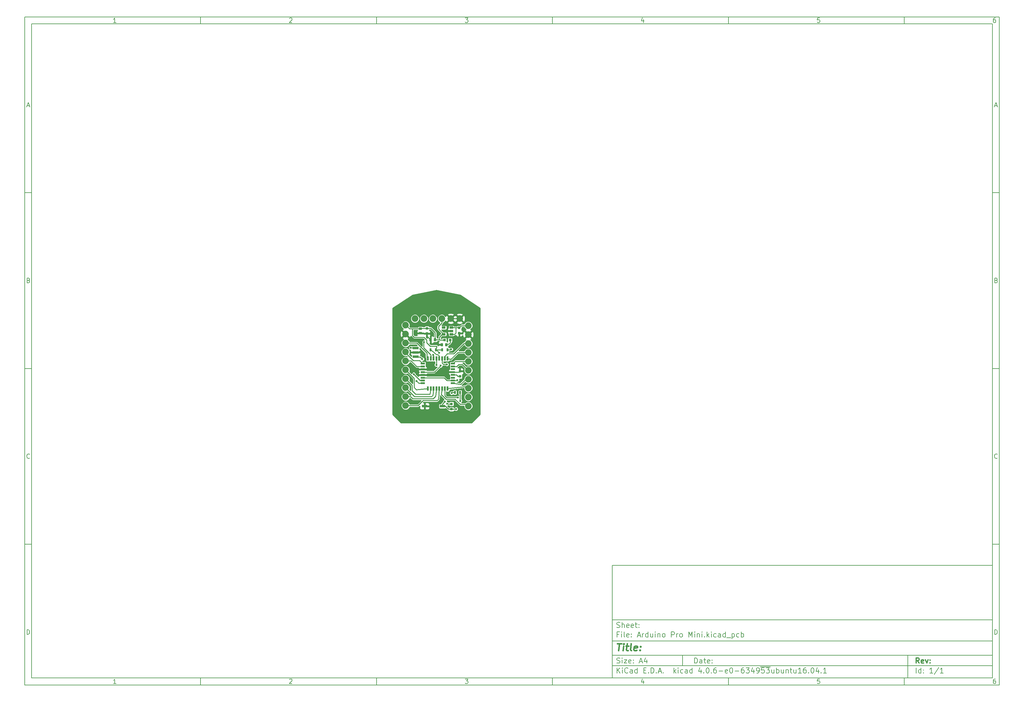
<source format=gbr>
G04 #@! TF.FileFunction,Copper,L1,Top,Signal*
%FSLAX46Y46*%
G04 Gerber Fmt 4.6, Leading zero omitted, Abs format (unit mm)*
G04 Created by KiCad (PCBNEW 4.0.6-e0-6349~53~ubuntu16.04.1) date Wed Jun 21 16:24:44 2017*
%MOMM*%
%LPD*%
G01*
G04 APERTURE LIST*
%ADD10C,0.100000*%
%ADD11C,0.150000*%
%ADD12C,0.300000*%
%ADD13C,0.400000*%
%ADD14R,0.750000X0.800000*%
%ADD15R,0.899160X0.698500*%
%ADD16R,0.698500X0.899160*%
%ADD17R,0.800000X0.800000*%
%ADD18C,1.879600*%
%ADD19R,0.500000X0.900000*%
%ADD20R,1.600000X0.760000*%
%ADD21R,1.270000X0.558800*%
%ADD22R,0.558800X1.270000*%
%ADD23R,1.060000X0.650000*%
%ADD24R,1.699260X0.698500*%
%ADD25C,0.600000*%
%ADD26C,0.250000*%
%ADD27C,0.254000*%
G04 APERTURE END LIST*
D10*
D11*
X177002200Y-166007200D02*
X177002200Y-198007200D01*
X285002200Y-198007200D01*
X285002200Y-166007200D01*
X177002200Y-166007200D01*
D10*
D11*
X10000000Y-10000000D02*
X10000000Y-200007200D01*
X287002200Y-200007200D01*
X287002200Y-10000000D01*
X10000000Y-10000000D01*
D10*
D11*
X12000000Y-12000000D02*
X12000000Y-198007200D01*
X285002200Y-198007200D01*
X285002200Y-12000000D01*
X12000000Y-12000000D01*
D10*
D11*
X60000000Y-12000000D02*
X60000000Y-10000000D01*
D10*
D11*
X110000000Y-12000000D02*
X110000000Y-10000000D01*
D10*
D11*
X160000000Y-12000000D02*
X160000000Y-10000000D01*
D10*
D11*
X210000000Y-12000000D02*
X210000000Y-10000000D01*
D10*
D11*
X260000000Y-12000000D02*
X260000000Y-10000000D01*
D10*
D11*
X35990476Y-11588095D02*
X35247619Y-11588095D01*
X35619048Y-11588095D02*
X35619048Y-10288095D01*
X35495238Y-10473810D01*
X35371429Y-10597619D01*
X35247619Y-10659524D01*
D10*
D11*
X85247619Y-10411905D02*
X85309524Y-10350000D01*
X85433333Y-10288095D01*
X85742857Y-10288095D01*
X85866667Y-10350000D01*
X85928571Y-10411905D01*
X85990476Y-10535714D01*
X85990476Y-10659524D01*
X85928571Y-10845238D01*
X85185714Y-11588095D01*
X85990476Y-11588095D01*
D10*
D11*
X135185714Y-10288095D02*
X135990476Y-10288095D01*
X135557143Y-10783333D01*
X135742857Y-10783333D01*
X135866667Y-10845238D01*
X135928571Y-10907143D01*
X135990476Y-11030952D01*
X135990476Y-11340476D01*
X135928571Y-11464286D01*
X135866667Y-11526190D01*
X135742857Y-11588095D01*
X135371429Y-11588095D01*
X135247619Y-11526190D01*
X135185714Y-11464286D01*
D10*
D11*
X185866667Y-10721429D02*
X185866667Y-11588095D01*
X185557143Y-10226190D02*
X185247619Y-11154762D01*
X186052381Y-11154762D01*
D10*
D11*
X235928571Y-10288095D02*
X235309524Y-10288095D01*
X235247619Y-10907143D01*
X235309524Y-10845238D01*
X235433333Y-10783333D01*
X235742857Y-10783333D01*
X235866667Y-10845238D01*
X235928571Y-10907143D01*
X235990476Y-11030952D01*
X235990476Y-11340476D01*
X235928571Y-11464286D01*
X235866667Y-11526190D01*
X235742857Y-11588095D01*
X235433333Y-11588095D01*
X235309524Y-11526190D01*
X235247619Y-11464286D01*
D10*
D11*
X285866667Y-10288095D02*
X285619048Y-10288095D01*
X285495238Y-10350000D01*
X285433333Y-10411905D01*
X285309524Y-10597619D01*
X285247619Y-10845238D01*
X285247619Y-11340476D01*
X285309524Y-11464286D01*
X285371429Y-11526190D01*
X285495238Y-11588095D01*
X285742857Y-11588095D01*
X285866667Y-11526190D01*
X285928571Y-11464286D01*
X285990476Y-11340476D01*
X285990476Y-11030952D01*
X285928571Y-10907143D01*
X285866667Y-10845238D01*
X285742857Y-10783333D01*
X285495238Y-10783333D01*
X285371429Y-10845238D01*
X285309524Y-10907143D01*
X285247619Y-11030952D01*
D10*
D11*
X60000000Y-198007200D02*
X60000000Y-200007200D01*
D10*
D11*
X110000000Y-198007200D02*
X110000000Y-200007200D01*
D10*
D11*
X160000000Y-198007200D02*
X160000000Y-200007200D01*
D10*
D11*
X210000000Y-198007200D02*
X210000000Y-200007200D01*
D10*
D11*
X260000000Y-198007200D02*
X260000000Y-200007200D01*
D10*
D11*
X35990476Y-199595295D02*
X35247619Y-199595295D01*
X35619048Y-199595295D02*
X35619048Y-198295295D01*
X35495238Y-198481010D01*
X35371429Y-198604819D01*
X35247619Y-198666724D01*
D10*
D11*
X85247619Y-198419105D02*
X85309524Y-198357200D01*
X85433333Y-198295295D01*
X85742857Y-198295295D01*
X85866667Y-198357200D01*
X85928571Y-198419105D01*
X85990476Y-198542914D01*
X85990476Y-198666724D01*
X85928571Y-198852438D01*
X85185714Y-199595295D01*
X85990476Y-199595295D01*
D10*
D11*
X135185714Y-198295295D02*
X135990476Y-198295295D01*
X135557143Y-198790533D01*
X135742857Y-198790533D01*
X135866667Y-198852438D01*
X135928571Y-198914343D01*
X135990476Y-199038152D01*
X135990476Y-199347676D01*
X135928571Y-199471486D01*
X135866667Y-199533390D01*
X135742857Y-199595295D01*
X135371429Y-199595295D01*
X135247619Y-199533390D01*
X135185714Y-199471486D01*
D10*
D11*
X185866667Y-198728629D02*
X185866667Y-199595295D01*
X185557143Y-198233390D02*
X185247619Y-199161962D01*
X186052381Y-199161962D01*
D10*
D11*
X235928571Y-198295295D02*
X235309524Y-198295295D01*
X235247619Y-198914343D01*
X235309524Y-198852438D01*
X235433333Y-198790533D01*
X235742857Y-198790533D01*
X235866667Y-198852438D01*
X235928571Y-198914343D01*
X235990476Y-199038152D01*
X235990476Y-199347676D01*
X235928571Y-199471486D01*
X235866667Y-199533390D01*
X235742857Y-199595295D01*
X235433333Y-199595295D01*
X235309524Y-199533390D01*
X235247619Y-199471486D01*
D10*
D11*
X285866667Y-198295295D02*
X285619048Y-198295295D01*
X285495238Y-198357200D01*
X285433333Y-198419105D01*
X285309524Y-198604819D01*
X285247619Y-198852438D01*
X285247619Y-199347676D01*
X285309524Y-199471486D01*
X285371429Y-199533390D01*
X285495238Y-199595295D01*
X285742857Y-199595295D01*
X285866667Y-199533390D01*
X285928571Y-199471486D01*
X285990476Y-199347676D01*
X285990476Y-199038152D01*
X285928571Y-198914343D01*
X285866667Y-198852438D01*
X285742857Y-198790533D01*
X285495238Y-198790533D01*
X285371429Y-198852438D01*
X285309524Y-198914343D01*
X285247619Y-199038152D01*
D10*
D11*
X10000000Y-60000000D02*
X12000000Y-60000000D01*
D10*
D11*
X10000000Y-110000000D02*
X12000000Y-110000000D01*
D10*
D11*
X10000000Y-160000000D02*
X12000000Y-160000000D01*
D10*
D11*
X10690476Y-35216667D02*
X11309524Y-35216667D01*
X10566667Y-35588095D02*
X11000000Y-34288095D01*
X11433333Y-35588095D01*
D10*
D11*
X11092857Y-84907143D02*
X11278571Y-84969048D01*
X11340476Y-85030952D01*
X11402381Y-85154762D01*
X11402381Y-85340476D01*
X11340476Y-85464286D01*
X11278571Y-85526190D01*
X11154762Y-85588095D01*
X10659524Y-85588095D01*
X10659524Y-84288095D01*
X11092857Y-84288095D01*
X11216667Y-84350000D01*
X11278571Y-84411905D01*
X11340476Y-84535714D01*
X11340476Y-84659524D01*
X11278571Y-84783333D01*
X11216667Y-84845238D01*
X11092857Y-84907143D01*
X10659524Y-84907143D01*
D10*
D11*
X11402381Y-135464286D02*
X11340476Y-135526190D01*
X11154762Y-135588095D01*
X11030952Y-135588095D01*
X10845238Y-135526190D01*
X10721429Y-135402381D01*
X10659524Y-135278571D01*
X10597619Y-135030952D01*
X10597619Y-134845238D01*
X10659524Y-134597619D01*
X10721429Y-134473810D01*
X10845238Y-134350000D01*
X11030952Y-134288095D01*
X11154762Y-134288095D01*
X11340476Y-134350000D01*
X11402381Y-134411905D01*
D10*
D11*
X10659524Y-185588095D02*
X10659524Y-184288095D01*
X10969048Y-184288095D01*
X11154762Y-184350000D01*
X11278571Y-184473810D01*
X11340476Y-184597619D01*
X11402381Y-184845238D01*
X11402381Y-185030952D01*
X11340476Y-185278571D01*
X11278571Y-185402381D01*
X11154762Y-185526190D01*
X10969048Y-185588095D01*
X10659524Y-185588095D01*
D10*
D11*
X287002200Y-60000000D02*
X285002200Y-60000000D01*
D10*
D11*
X287002200Y-110000000D02*
X285002200Y-110000000D01*
D10*
D11*
X287002200Y-160000000D02*
X285002200Y-160000000D01*
D10*
D11*
X285692676Y-35216667D02*
X286311724Y-35216667D01*
X285568867Y-35588095D02*
X286002200Y-34288095D01*
X286435533Y-35588095D01*
D10*
D11*
X286095057Y-84907143D02*
X286280771Y-84969048D01*
X286342676Y-85030952D01*
X286404581Y-85154762D01*
X286404581Y-85340476D01*
X286342676Y-85464286D01*
X286280771Y-85526190D01*
X286156962Y-85588095D01*
X285661724Y-85588095D01*
X285661724Y-84288095D01*
X286095057Y-84288095D01*
X286218867Y-84350000D01*
X286280771Y-84411905D01*
X286342676Y-84535714D01*
X286342676Y-84659524D01*
X286280771Y-84783333D01*
X286218867Y-84845238D01*
X286095057Y-84907143D01*
X285661724Y-84907143D01*
D10*
D11*
X286404581Y-135464286D02*
X286342676Y-135526190D01*
X286156962Y-135588095D01*
X286033152Y-135588095D01*
X285847438Y-135526190D01*
X285723629Y-135402381D01*
X285661724Y-135278571D01*
X285599819Y-135030952D01*
X285599819Y-134845238D01*
X285661724Y-134597619D01*
X285723629Y-134473810D01*
X285847438Y-134350000D01*
X286033152Y-134288095D01*
X286156962Y-134288095D01*
X286342676Y-134350000D01*
X286404581Y-134411905D01*
D10*
D11*
X285661724Y-185588095D02*
X285661724Y-184288095D01*
X285971248Y-184288095D01*
X286156962Y-184350000D01*
X286280771Y-184473810D01*
X286342676Y-184597619D01*
X286404581Y-184845238D01*
X286404581Y-185030952D01*
X286342676Y-185278571D01*
X286280771Y-185402381D01*
X286156962Y-185526190D01*
X285971248Y-185588095D01*
X285661724Y-185588095D01*
D10*
D11*
X200359343Y-193785771D02*
X200359343Y-192285771D01*
X200716486Y-192285771D01*
X200930771Y-192357200D01*
X201073629Y-192500057D01*
X201145057Y-192642914D01*
X201216486Y-192928629D01*
X201216486Y-193142914D01*
X201145057Y-193428629D01*
X201073629Y-193571486D01*
X200930771Y-193714343D01*
X200716486Y-193785771D01*
X200359343Y-193785771D01*
X202502200Y-193785771D02*
X202502200Y-193000057D01*
X202430771Y-192857200D01*
X202287914Y-192785771D01*
X202002200Y-192785771D01*
X201859343Y-192857200D01*
X202502200Y-193714343D02*
X202359343Y-193785771D01*
X202002200Y-193785771D01*
X201859343Y-193714343D01*
X201787914Y-193571486D01*
X201787914Y-193428629D01*
X201859343Y-193285771D01*
X202002200Y-193214343D01*
X202359343Y-193214343D01*
X202502200Y-193142914D01*
X203002200Y-192785771D02*
X203573629Y-192785771D01*
X203216486Y-192285771D02*
X203216486Y-193571486D01*
X203287914Y-193714343D01*
X203430772Y-193785771D01*
X203573629Y-193785771D01*
X204645057Y-193714343D02*
X204502200Y-193785771D01*
X204216486Y-193785771D01*
X204073629Y-193714343D01*
X204002200Y-193571486D01*
X204002200Y-193000057D01*
X204073629Y-192857200D01*
X204216486Y-192785771D01*
X204502200Y-192785771D01*
X204645057Y-192857200D01*
X204716486Y-193000057D01*
X204716486Y-193142914D01*
X204002200Y-193285771D01*
X205359343Y-193642914D02*
X205430771Y-193714343D01*
X205359343Y-193785771D01*
X205287914Y-193714343D01*
X205359343Y-193642914D01*
X205359343Y-193785771D01*
X205359343Y-192857200D02*
X205430771Y-192928629D01*
X205359343Y-193000057D01*
X205287914Y-192928629D01*
X205359343Y-192857200D01*
X205359343Y-193000057D01*
D10*
D11*
X177002200Y-194507200D02*
X285002200Y-194507200D01*
D10*
D11*
X178359343Y-196585771D02*
X178359343Y-195085771D01*
X179216486Y-196585771D02*
X178573629Y-195728629D01*
X179216486Y-195085771D02*
X178359343Y-195942914D01*
X179859343Y-196585771D02*
X179859343Y-195585771D01*
X179859343Y-195085771D02*
X179787914Y-195157200D01*
X179859343Y-195228629D01*
X179930771Y-195157200D01*
X179859343Y-195085771D01*
X179859343Y-195228629D01*
X181430772Y-196442914D02*
X181359343Y-196514343D01*
X181145057Y-196585771D01*
X181002200Y-196585771D01*
X180787915Y-196514343D01*
X180645057Y-196371486D01*
X180573629Y-196228629D01*
X180502200Y-195942914D01*
X180502200Y-195728629D01*
X180573629Y-195442914D01*
X180645057Y-195300057D01*
X180787915Y-195157200D01*
X181002200Y-195085771D01*
X181145057Y-195085771D01*
X181359343Y-195157200D01*
X181430772Y-195228629D01*
X182716486Y-196585771D02*
X182716486Y-195800057D01*
X182645057Y-195657200D01*
X182502200Y-195585771D01*
X182216486Y-195585771D01*
X182073629Y-195657200D01*
X182716486Y-196514343D02*
X182573629Y-196585771D01*
X182216486Y-196585771D01*
X182073629Y-196514343D01*
X182002200Y-196371486D01*
X182002200Y-196228629D01*
X182073629Y-196085771D01*
X182216486Y-196014343D01*
X182573629Y-196014343D01*
X182716486Y-195942914D01*
X184073629Y-196585771D02*
X184073629Y-195085771D01*
X184073629Y-196514343D02*
X183930772Y-196585771D01*
X183645058Y-196585771D01*
X183502200Y-196514343D01*
X183430772Y-196442914D01*
X183359343Y-196300057D01*
X183359343Y-195871486D01*
X183430772Y-195728629D01*
X183502200Y-195657200D01*
X183645058Y-195585771D01*
X183930772Y-195585771D01*
X184073629Y-195657200D01*
X185930772Y-195800057D02*
X186430772Y-195800057D01*
X186645058Y-196585771D02*
X185930772Y-196585771D01*
X185930772Y-195085771D01*
X186645058Y-195085771D01*
X187287915Y-196442914D02*
X187359343Y-196514343D01*
X187287915Y-196585771D01*
X187216486Y-196514343D01*
X187287915Y-196442914D01*
X187287915Y-196585771D01*
X188002201Y-196585771D02*
X188002201Y-195085771D01*
X188359344Y-195085771D01*
X188573629Y-195157200D01*
X188716487Y-195300057D01*
X188787915Y-195442914D01*
X188859344Y-195728629D01*
X188859344Y-195942914D01*
X188787915Y-196228629D01*
X188716487Y-196371486D01*
X188573629Y-196514343D01*
X188359344Y-196585771D01*
X188002201Y-196585771D01*
X189502201Y-196442914D02*
X189573629Y-196514343D01*
X189502201Y-196585771D01*
X189430772Y-196514343D01*
X189502201Y-196442914D01*
X189502201Y-196585771D01*
X190145058Y-196157200D02*
X190859344Y-196157200D01*
X190002201Y-196585771D02*
X190502201Y-195085771D01*
X191002201Y-196585771D01*
X191502201Y-196442914D02*
X191573629Y-196514343D01*
X191502201Y-196585771D01*
X191430772Y-196514343D01*
X191502201Y-196442914D01*
X191502201Y-196585771D01*
X194502201Y-196585771D02*
X194502201Y-195085771D01*
X194645058Y-196014343D02*
X195073629Y-196585771D01*
X195073629Y-195585771D02*
X194502201Y-196157200D01*
X195716487Y-196585771D02*
X195716487Y-195585771D01*
X195716487Y-195085771D02*
X195645058Y-195157200D01*
X195716487Y-195228629D01*
X195787915Y-195157200D01*
X195716487Y-195085771D01*
X195716487Y-195228629D01*
X197073630Y-196514343D02*
X196930773Y-196585771D01*
X196645059Y-196585771D01*
X196502201Y-196514343D01*
X196430773Y-196442914D01*
X196359344Y-196300057D01*
X196359344Y-195871486D01*
X196430773Y-195728629D01*
X196502201Y-195657200D01*
X196645059Y-195585771D01*
X196930773Y-195585771D01*
X197073630Y-195657200D01*
X198359344Y-196585771D02*
X198359344Y-195800057D01*
X198287915Y-195657200D01*
X198145058Y-195585771D01*
X197859344Y-195585771D01*
X197716487Y-195657200D01*
X198359344Y-196514343D02*
X198216487Y-196585771D01*
X197859344Y-196585771D01*
X197716487Y-196514343D01*
X197645058Y-196371486D01*
X197645058Y-196228629D01*
X197716487Y-196085771D01*
X197859344Y-196014343D01*
X198216487Y-196014343D01*
X198359344Y-195942914D01*
X199716487Y-196585771D02*
X199716487Y-195085771D01*
X199716487Y-196514343D02*
X199573630Y-196585771D01*
X199287916Y-196585771D01*
X199145058Y-196514343D01*
X199073630Y-196442914D01*
X199002201Y-196300057D01*
X199002201Y-195871486D01*
X199073630Y-195728629D01*
X199145058Y-195657200D01*
X199287916Y-195585771D01*
X199573630Y-195585771D01*
X199716487Y-195657200D01*
X202216487Y-195585771D02*
X202216487Y-196585771D01*
X201859344Y-195014343D02*
X201502201Y-196085771D01*
X202430773Y-196085771D01*
X203002201Y-196442914D02*
X203073629Y-196514343D01*
X203002201Y-196585771D01*
X202930772Y-196514343D01*
X203002201Y-196442914D01*
X203002201Y-196585771D01*
X204002201Y-195085771D02*
X204145058Y-195085771D01*
X204287915Y-195157200D01*
X204359344Y-195228629D01*
X204430773Y-195371486D01*
X204502201Y-195657200D01*
X204502201Y-196014343D01*
X204430773Y-196300057D01*
X204359344Y-196442914D01*
X204287915Y-196514343D01*
X204145058Y-196585771D01*
X204002201Y-196585771D01*
X203859344Y-196514343D01*
X203787915Y-196442914D01*
X203716487Y-196300057D01*
X203645058Y-196014343D01*
X203645058Y-195657200D01*
X203716487Y-195371486D01*
X203787915Y-195228629D01*
X203859344Y-195157200D01*
X204002201Y-195085771D01*
X205145058Y-196442914D02*
X205216486Y-196514343D01*
X205145058Y-196585771D01*
X205073629Y-196514343D01*
X205145058Y-196442914D01*
X205145058Y-196585771D01*
X206502201Y-195085771D02*
X206216487Y-195085771D01*
X206073630Y-195157200D01*
X206002201Y-195228629D01*
X205859344Y-195442914D01*
X205787915Y-195728629D01*
X205787915Y-196300057D01*
X205859344Y-196442914D01*
X205930772Y-196514343D01*
X206073630Y-196585771D01*
X206359344Y-196585771D01*
X206502201Y-196514343D01*
X206573630Y-196442914D01*
X206645058Y-196300057D01*
X206645058Y-195942914D01*
X206573630Y-195800057D01*
X206502201Y-195728629D01*
X206359344Y-195657200D01*
X206073630Y-195657200D01*
X205930772Y-195728629D01*
X205859344Y-195800057D01*
X205787915Y-195942914D01*
X207287915Y-196014343D02*
X208430772Y-196014343D01*
X209716486Y-196514343D02*
X209573629Y-196585771D01*
X209287915Y-196585771D01*
X209145058Y-196514343D01*
X209073629Y-196371486D01*
X209073629Y-195800057D01*
X209145058Y-195657200D01*
X209287915Y-195585771D01*
X209573629Y-195585771D01*
X209716486Y-195657200D01*
X209787915Y-195800057D01*
X209787915Y-195942914D01*
X209073629Y-196085771D01*
X210716486Y-195085771D02*
X210859343Y-195085771D01*
X211002200Y-195157200D01*
X211073629Y-195228629D01*
X211145058Y-195371486D01*
X211216486Y-195657200D01*
X211216486Y-196014343D01*
X211145058Y-196300057D01*
X211073629Y-196442914D01*
X211002200Y-196514343D01*
X210859343Y-196585771D01*
X210716486Y-196585771D01*
X210573629Y-196514343D01*
X210502200Y-196442914D01*
X210430772Y-196300057D01*
X210359343Y-196014343D01*
X210359343Y-195657200D01*
X210430772Y-195371486D01*
X210502200Y-195228629D01*
X210573629Y-195157200D01*
X210716486Y-195085771D01*
X211859343Y-196014343D02*
X213002200Y-196014343D01*
X214359343Y-195085771D02*
X214073629Y-195085771D01*
X213930772Y-195157200D01*
X213859343Y-195228629D01*
X213716486Y-195442914D01*
X213645057Y-195728629D01*
X213645057Y-196300057D01*
X213716486Y-196442914D01*
X213787914Y-196514343D01*
X213930772Y-196585771D01*
X214216486Y-196585771D01*
X214359343Y-196514343D01*
X214430772Y-196442914D01*
X214502200Y-196300057D01*
X214502200Y-195942914D01*
X214430772Y-195800057D01*
X214359343Y-195728629D01*
X214216486Y-195657200D01*
X213930772Y-195657200D01*
X213787914Y-195728629D01*
X213716486Y-195800057D01*
X213645057Y-195942914D01*
X215002200Y-195085771D02*
X215930771Y-195085771D01*
X215430771Y-195657200D01*
X215645057Y-195657200D01*
X215787914Y-195728629D01*
X215859343Y-195800057D01*
X215930771Y-195942914D01*
X215930771Y-196300057D01*
X215859343Y-196442914D01*
X215787914Y-196514343D01*
X215645057Y-196585771D01*
X215216485Y-196585771D01*
X215073628Y-196514343D01*
X215002200Y-196442914D01*
X217216485Y-195585771D02*
X217216485Y-196585771D01*
X216859342Y-195014343D02*
X216502199Y-196085771D01*
X217430771Y-196085771D01*
X218073627Y-196585771D02*
X218359342Y-196585771D01*
X218502199Y-196514343D01*
X218573627Y-196442914D01*
X218716485Y-196228629D01*
X218787913Y-195942914D01*
X218787913Y-195371486D01*
X218716485Y-195228629D01*
X218645056Y-195157200D01*
X218502199Y-195085771D01*
X218216485Y-195085771D01*
X218073627Y-195157200D01*
X218002199Y-195228629D01*
X217930770Y-195371486D01*
X217930770Y-195728629D01*
X218002199Y-195871486D01*
X218073627Y-195942914D01*
X218216485Y-196014343D01*
X218502199Y-196014343D01*
X218645056Y-195942914D01*
X218716485Y-195871486D01*
X218787913Y-195728629D01*
X220145056Y-195085771D02*
X219430770Y-195085771D01*
X219359341Y-195800057D01*
X219430770Y-195728629D01*
X219573627Y-195657200D01*
X219930770Y-195657200D01*
X220073627Y-195728629D01*
X220145056Y-195800057D01*
X220216484Y-195942914D01*
X220216484Y-196300057D01*
X220145056Y-196442914D01*
X220073627Y-196514343D01*
X219930770Y-196585771D01*
X219573627Y-196585771D01*
X219430770Y-196514343D01*
X219359341Y-196442914D01*
X220716484Y-195085771D02*
X221645055Y-195085771D01*
X221145055Y-195657200D01*
X221359341Y-195657200D01*
X221502198Y-195728629D01*
X221573627Y-195800057D01*
X221645055Y-195942914D01*
X221645055Y-196300057D01*
X221573627Y-196442914D01*
X221502198Y-196514343D01*
X221359341Y-196585771D01*
X220930769Y-196585771D01*
X220787912Y-196514343D01*
X220716484Y-196442914D01*
X219073627Y-194827200D02*
X221930769Y-194827200D01*
X222930769Y-195585771D02*
X222930769Y-196585771D01*
X222287912Y-195585771D02*
X222287912Y-196371486D01*
X222359340Y-196514343D01*
X222502198Y-196585771D01*
X222716483Y-196585771D01*
X222859340Y-196514343D01*
X222930769Y-196442914D01*
X223645055Y-196585771D02*
X223645055Y-195085771D01*
X223645055Y-195657200D02*
X223787912Y-195585771D01*
X224073626Y-195585771D01*
X224216483Y-195657200D01*
X224287912Y-195728629D01*
X224359341Y-195871486D01*
X224359341Y-196300057D01*
X224287912Y-196442914D01*
X224216483Y-196514343D01*
X224073626Y-196585771D01*
X223787912Y-196585771D01*
X223645055Y-196514343D01*
X225645055Y-195585771D02*
X225645055Y-196585771D01*
X225002198Y-195585771D02*
X225002198Y-196371486D01*
X225073626Y-196514343D01*
X225216484Y-196585771D01*
X225430769Y-196585771D01*
X225573626Y-196514343D01*
X225645055Y-196442914D01*
X226359341Y-195585771D02*
X226359341Y-196585771D01*
X226359341Y-195728629D02*
X226430769Y-195657200D01*
X226573627Y-195585771D01*
X226787912Y-195585771D01*
X226930769Y-195657200D01*
X227002198Y-195800057D01*
X227002198Y-196585771D01*
X227502198Y-195585771D02*
X228073627Y-195585771D01*
X227716484Y-195085771D02*
X227716484Y-196371486D01*
X227787912Y-196514343D01*
X227930770Y-196585771D01*
X228073627Y-196585771D01*
X229216484Y-195585771D02*
X229216484Y-196585771D01*
X228573627Y-195585771D02*
X228573627Y-196371486D01*
X228645055Y-196514343D01*
X228787913Y-196585771D01*
X229002198Y-196585771D01*
X229145055Y-196514343D01*
X229216484Y-196442914D01*
X230716484Y-196585771D02*
X229859341Y-196585771D01*
X230287913Y-196585771D02*
X230287913Y-195085771D01*
X230145056Y-195300057D01*
X230002198Y-195442914D01*
X229859341Y-195514343D01*
X232002198Y-195085771D02*
X231716484Y-195085771D01*
X231573627Y-195157200D01*
X231502198Y-195228629D01*
X231359341Y-195442914D01*
X231287912Y-195728629D01*
X231287912Y-196300057D01*
X231359341Y-196442914D01*
X231430769Y-196514343D01*
X231573627Y-196585771D01*
X231859341Y-196585771D01*
X232002198Y-196514343D01*
X232073627Y-196442914D01*
X232145055Y-196300057D01*
X232145055Y-195942914D01*
X232073627Y-195800057D01*
X232002198Y-195728629D01*
X231859341Y-195657200D01*
X231573627Y-195657200D01*
X231430769Y-195728629D01*
X231359341Y-195800057D01*
X231287912Y-195942914D01*
X232787912Y-196442914D02*
X232859340Y-196514343D01*
X232787912Y-196585771D01*
X232716483Y-196514343D01*
X232787912Y-196442914D01*
X232787912Y-196585771D01*
X233787912Y-195085771D02*
X233930769Y-195085771D01*
X234073626Y-195157200D01*
X234145055Y-195228629D01*
X234216484Y-195371486D01*
X234287912Y-195657200D01*
X234287912Y-196014343D01*
X234216484Y-196300057D01*
X234145055Y-196442914D01*
X234073626Y-196514343D01*
X233930769Y-196585771D01*
X233787912Y-196585771D01*
X233645055Y-196514343D01*
X233573626Y-196442914D01*
X233502198Y-196300057D01*
X233430769Y-196014343D01*
X233430769Y-195657200D01*
X233502198Y-195371486D01*
X233573626Y-195228629D01*
X233645055Y-195157200D01*
X233787912Y-195085771D01*
X235573626Y-195585771D02*
X235573626Y-196585771D01*
X235216483Y-195014343D02*
X234859340Y-196085771D01*
X235787912Y-196085771D01*
X236359340Y-196442914D02*
X236430768Y-196514343D01*
X236359340Y-196585771D01*
X236287911Y-196514343D01*
X236359340Y-196442914D01*
X236359340Y-196585771D01*
X237859340Y-196585771D02*
X237002197Y-196585771D01*
X237430769Y-196585771D02*
X237430769Y-195085771D01*
X237287912Y-195300057D01*
X237145054Y-195442914D01*
X237002197Y-195514343D01*
D10*
D11*
X177002200Y-191507200D02*
X285002200Y-191507200D01*
D10*
D12*
X264216486Y-193785771D02*
X263716486Y-193071486D01*
X263359343Y-193785771D02*
X263359343Y-192285771D01*
X263930771Y-192285771D01*
X264073629Y-192357200D01*
X264145057Y-192428629D01*
X264216486Y-192571486D01*
X264216486Y-192785771D01*
X264145057Y-192928629D01*
X264073629Y-193000057D01*
X263930771Y-193071486D01*
X263359343Y-193071486D01*
X265430771Y-193714343D02*
X265287914Y-193785771D01*
X265002200Y-193785771D01*
X264859343Y-193714343D01*
X264787914Y-193571486D01*
X264787914Y-193000057D01*
X264859343Y-192857200D01*
X265002200Y-192785771D01*
X265287914Y-192785771D01*
X265430771Y-192857200D01*
X265502200Y-193000057D01*
X265502200Y-193142914D01*
X264787914Y-193285771D01*
X266002200Y-192785771D02*
X266359343Y-193785771D01*
X266716485Y-192785771D01*
X267287914Y-193642914D02*
X267359342Y-193714343D01*
X267287914Y-193785771D01*
X267216485Y-193714343D01*
X267287914Y-193642914D01*
X267287914Y-193785771D01*
X267287914Y-192857200D02*
X267359342Y-192928629D01*
X267287914Y-193000057D01*
X267216485Y-192928629D01*
X267287914Y-192857200D01*
X267287914Y-193000057D01*
D10*
D11*
X178287914Y-193714343D02*
X178502200Y-193785771D01*
X178859343Y-193785771D01*
X179002200Y-193714343D01*
X179073629Y-193642914D01*
X179145057Y-193500057D01*
X179145057Y-193357200D01*
X179073629Y-193214343D01*
X179002200Y-193142914D01*
X178859343Y-193071486D01*
X178573629Y-193000057D01*
X178430771Y-192928629D01*
X178359343Y-192857200D01*
X178287914Y-192714343D01*
X178287914Y-192571486D01*
X178359343Y-192428629D01*
X178430771Y-192357200D01*
X178573629Y-192285771D01*
X178930771Y-192285771D01*
X179145057Y-192357200D01*
X179787914Y-193785771D02*
X179787914Y-192785771D01*
X179787914Y-192285771D02*
X179716485Y-192357200D01*
X179787914Y-192428629D01*
X179859342Y-192357200D01*
X179787914Y-192285771D01*
X179787914Y-192428629D01*
X180359343Y-192785771D02*
X181145057Y-192785771D01*
X180359343Y-193785771D01*
X181145057Y-193785771D01*
X182287914Y-193714343D02*
X182145057Y-193785771D01*
X181859343Y-193785771D01*
X181716486Y-193714343D01*
X181645057Y-193571486D01*
X181645057Y-193000057D01*
X181716486Y-192857200D01*
X181859343Y-192785771D01*
X182145057Y-192785771D01*
X182287914Y-192857200D01*
X182359343Y-193000057D01*
X182359343Y-193142914D01*
X181645057Y-193285771D01*
X183002200Y-193642914D02*
X183073628Y-193714343D01*
X183002200Y-193785771D01*
X182930771Y-193714343D01*
X183002200Y-193642914D01*
X183002200Y-193785771D01*
X183002200Y-192857200D02*
X183073628Y-192928629D01*
X183002200Y-193000057D01*
X182930771Y-192928629D01*
X183002200Y-192857200D01*
X183002200Y-193000057D01*
X184787914Y-193357200D02*
X185502200Y-193357200D01*
X184645057Y-193785771D02*
X185145057Y-192285771D01*
X185645057Y-193785771D01*
X186787914Y-192785771D02*
X186787914Y-193785771D01*
X186430771Y-192214343D02*
X186073628Y-193285771D01*
X187002200Y-193285771D01*
D10*
D11*
X263359343Y-196585771D02*
X263359343Y-195085771D01*
X264716486Y-196585771D02*
X264716486Y-195085771D01*
X264716486Y-196514343D02*
X264573629Y-196585771D01*
X264287915Y-196585771D01*
X264145057Y-196514343D01*
X264073629Y-196442914D01*
X264002200Y-196300057D01*
X264002200Y-195871486D01*
X264073629Y-195728629D01*
X264145057Y-195657200D01*
X264287915Y-195585771D01*
X264573629Y-195585771D01*
X264716486Y-195657200D01*
X265430772Y-196442914D02*
X265502200Y-196514343D01*
X265430772Y-196585771D01*
X265359343Y-196514343D01*
X265430772Y-196442914D01*
X265430772Y-196585771D01*
X265430772Y-195657200D02*
X265502200Y-195728629D01*
X265430772Y-195800057D01*
X265359343Y-195728629D01*
X265430772Y-195657200D01*
X265430772Y-195800057D01*
X268073629Y-196585771D02*
X267216486Y-196585771D01*
X267645058Y-196585771D02*
X267645058Y-195085771D01*
X267502201Y-195300057D01*
X267359343Y-195442914D01*
X267216486Y-195514343D01*
X269787914Y-195014343D02*
X268502200Y-196942914D01*
X271073629Y-196585771D02*
X270216486Y-196585771D01*
X270645058Y-196585771D02*
X270645058Y-195085771D01*
X270502201Y-195300057D01*
X270359343Y-195442914D01*
X270216486Y-195514343D01*
D10*
D11*
X177002200Y-187507200D02*
X285002200Y-187507200D01*
D10*
D13*
X178454581Y-188211962D02*
X179597438Y-188211962D01*
X178776010Y-190211962D02*
X179026010Y-188211962D01*
X180014105Y-190211962D02*
X180180771Y-188878629D01*
X180264105Y-188211962D02*
X180156962Y-188307200D01*
X180240295Y-188402438D01*
X180347439Y-188307200D01*
X180264105Y-188211962D01*
X180240295Y-188402438D01*
X180847438Y-188878629D02*
X181609343Y-188878629D01*
X181216486Y-188211962D02*
X181002200Y-189926248D01*
X181073630Y-190116724D01*
X181252201Y-190211962D01*
X181442677Y-190211962D01*
X182395058Y-190211962D02*
X182216487Y-190116724D01*
X182145057Y-189926248D01*
X182359343Y-188211962D01*
X183930772Y-190116724D02*
X183728391Y-190211962D01*
X183347439Y-190211962D01*
X183168867Y-190116724D01*
X183097438Y-189926248D01*
X183192676Y-189164343D01*
X183311724Y-188973867D01*
X183514105Y-188878629D01*
X183895057Y-188878629D01*
X184073629Y-188973867D01*
X184145057Y-189164343D01*
X184121248Y-189354819D01*
X183145057Y-189545295D01*
X184895057Y-190021486D02*
X184978392Y-190116724D01*
X184871248Y-190211962D01*
X184787915Y-190116724D01*
X184895057Y-190021486D01*
X184871248Y-190211962D01*
X185026010Y-188973867D02*
X185109344Y-189069105D01*
X185002200Y-189164343D01*
X184918867Y-189069105D01*
X185026010Y-188973867D01*
X185002200Y-189164343D01*
D10*
D11*
X178859343Y-185600057D02*
X178359343Y-185600057D01*
X178359343Y-186385771D02*
X178359343Y-184885771D01*
X179073629Y-184885771D01*
X179645057Y-186385771D02*
X179645057Y-185385771D01*
X179645057Y-184885771D02*
X179573628Y-184957200D01*
X179645057Y-185028629D01*
X179716485Y-184957200D01*
X179645057Y-184885771D01*
X179645057Y-185028629D01*
X180573629Y-186385771D02*
X180430771Y-186314343D01*
X180359343Y-186171486D01*
X180359343Y-184885771D01*
X181716485Y-186314343D02*
X181573628Y-186385771D01*
X181287914Y-186385771D01*
X181145057Y-186314343D01*
X181073628Y-186171486D01*
X181073628Y-185600057D01*
X181145057Y-185457200D01*
X181287914Y-185385771D01*
X181573628Y-185385771D01*
X181716485Y-185457200D01*
X181787914Y-185600057D01*
X181787914Y-185742914D01*
X181073628Y-185885771D01*
X182430771Y-186242914D02*
X182502199Y-186314343D01*
X182430771Y-186385771D01*
X182359342Y-186314343D01*
X182430771Y-186242914D01*
X182430771Y-186385771D01*
X182430771Y-185457200D02*
X182502199Y-185528629D01*
X182430771Y-185600057D01*
X182359342Y-185528629D01*
X182430771Y-185457200D01*
X182430771Y-185600057D01*
X184216485Y-185957200D02*
X184930771Y-185957200D01*
X184073628Y-186385771D02*
X184573628Y-184885771D01*
X185073628Y-186385771D01*
X185573628Y-186385771D02*
X185573628Y-185385771D01*
X185573628Y-185671486D02*
X185645056Y-185528629D01*
X185716485Y-185457200D01*
X185859342Y-185385771D01*
X186002199Y-185385771D01*
X187145056Y-186385771D02*
X187145056Y-184885771D01*
X187145056Y-186314343D02*
X187002199Y-186385771D01*
X186716485Y-186385771D01*
X186573627Y-186314343D01*
X186502199Y-186242914D01*
X186430770Y-186100057D01*
X186430770Y-185671486D01*
X186502199Y-185528629D01*
X186573627Y-185457200D01*
X186716485Y-185385771D01*
X187002199Y-185385771D01*
X187145056Y-185457200D01*
X188502199Y-185385771D02*
X188502199Y-186385771D01*
X187859342Y-185385771D02*
X187859342Y-186171486D01*
X187930770Y-186314343D01*
X188073628Y-186385771D01*
X188287913Y-186385771D01*
X188430770Y-186314343D01*
X188502199Y-186242914D01*
X189216485Y-186385771D02*
X189216485Y-185385771D01*
X189216485Y-184885771D02*
X189145056Y-184957200D01*
X189216485Y-185028629D01*
X189287913Y-184957200D01*
X189216485Y-184885771D01*
X189216485Y-185028629D01*
X189930771Y-185385771D02*
X189930771Y-186385771D01*
X189930771Y-185528629D02*
X190002199Y-185457200D01*
X190145057Y-185385771D01*
X190359342Y-185385771D01*
X190502199Y-185457200D01*
X190573628Y-185600057D01*
X190573628Y-186385771D01*
X191502200Y-186385771D02*
X191359342Y-186314343D01*
X191287914Y-186242914D01*
X191216485Y-186100057D01*
X191216485Y-185671486D01*
X191287914Y-185528629D01*
X191359342Y-185457200D01*
X191502200Y-185385771D01*
X191716485Y-185385771D01*
X191859342Y-185457200D01*
X191930771Y-185528629D01*
X192002200Y-185671486D01*
X192002200Y-186100057D01*
X191930771Y-186242914D01*
X191859342Y-186314343D01*
X191716485Y-186385771D01*
X191502200Y-186385771D01*
X193787914Y-186385771D02*
X193787914Y-184885771D01*
X194359342Y-184885771D01*
X194502200Y-184957200D01*
X194573628Y-185028629D01*
X194645057Y-185171486D01*
X194645057Y-185385771D01*
X194573628Y-185528629D01*
X194502200Y-185600057D01*
X194359342Y-185671486D01*
X193787914Y-185671486D01*
X195287914Y-186385771D02*
X195287914Y-185385771D01*
X195287914Y-185671486D02*
X195359342Y-185528629D01*
X195430771Y-185457200D01*
X195573628Y-185385771D01*
X195716485Y-185385771D01*
X196430771Y-186385771D02*
X196287913Y-186314343D01*
X196216485Y-186242914D01*
X196145056Y-186100057D01*
X196145056Y-185671486D01*
X196216485Y-185528629D01*
X196287913Y-185457200D01*
X196430771Y-185385771D01*
X196645056Y-185385771D01*
X196787913Y-185457200D01*
X196859342Y-185528629D01*
X196930771Y-185671486D01*
X196930771Y-186100057D01*
X196859342Y-186242914D01*
X196787913Y-186314343D01*
X196645056Y-186385771D01*
X196430771Y-186385771D01*
X198716485Y-186385771D02*
X198716485Y-184885771D01*
X199216485Y-185957200D01*
X199716485Y-184885771D01*
X199716485Y-186385771D01*
X200430771Y-186385771D02*
X200430771Y-185385771D01*
X200430771Y-184885771D02*
X200359342Y-184957200D01*
X200430771Y-185028629D01*
X200502199Y-184957200D01*
X200430771Y-184885771D01*
X200430771Y-185028629D01*
X201145057Y-185385771D02*
X201145057Y-186385771D01*
X201145057Y-185528629D02*
X201216485Y-185457200D01*
X201359343Y-185385771D01*
X201573628Y-185385771D01*
X201716485Y-185457200D01*
X201787914Y-185600057D01*
X201787914Y-186385771D01*
X202502200Y-186385771D02*
X202502200Y-185385771D01*
X202502200Y-184885771D02*
X202430771Y-184957200D01*
X202502200Y-185028629D01*
X202573628Y-184957200D01*
X202502200Y-184885771D01*
X202502200Y-185028629D01*
X203216486Y-186242914D02*
X203287914Y-186314343D01*
X203216486Y-186385771D01*
X203145057Y-186314343D01*
X203216486Y-186242914D01*
X203216486Y-186385771D01*
X203930772Y-186385771D02*
X203930772Y-184885771D01*
X204073629Y-185814343D02*
X204502200Y-186385771D01*
X204502200Y-185385771D02*
X203930772Y-185957200D01*
X205145058Y-186385771D02*
X205145058Y-185385771D01*
X205145058Y-184885771D02*
X205073629Y-184957200D01*
X205145058Y-185028629D01*
X205216486Y-184957200D01*
X205145058Y-184885771D01*
X205145058Y-185028629D01*
X206502201Y-186314343D02*
X206359344Y-186385771D01*
X206073630Y-186385771D01*
X205930772Y-186314343D01*
X205859344Y-186242914D01*
X205787915Y-186100057D01*
X205787915Y-185671486D01*
X205859344Y-185528629D01*
X205930772Y-185457200D01*
X206073630Y-185385771D01*
X206359344Y-185385771D01*
X206502201Y-185457200D01*
X207787915Y-186385771D02*
X207787915Y-185600057D01*
X207716486Y-185457200D01*
X207573629Y-185385771D01*
X207287915Y-185385771D01*
X207145058Y-185457200D01*
X207787915Y-186314343D02*
X207645058Y-186385771D01*
X207287915Y-186385771D01*
X207145058Y-186314343D01*
X207073629Y-186171486D01*
X207073629Y-186028629D01*
X207145058Y-185885771D01*
X207287915Y-185814343D01*
X207645058Y-185814343D01*
X207787915Y-185742914D01*
X209145058Y-186385771D02*
X209145058Y-184885771D01*
X209145058Y-186314343D02*
X209002201Y-186385771D01*
X208716487Y-186385771D01*
X208573629Y-186314343D01*
X208502201Y-186242914D01*
X208430772Y-186100057D01*
X208430772Y-185671486D01*
X208502201Y-185528629D01*
X208573629Y-185457200D01*
X208716487Y-185385771D01*
X209002201Y-185385771D01*
X209145058Y-185457200D01*
X209502201Y-186528629D02*
X210645058Y-186528629D01*
X211002201Y-185385771D02*
X211002201Y-186885771D01*
X211002201Y-185457200D02*
X211145058Y-185385771D01*
X211430772Y-185385771D01*
X211573629Y-185457200D01*
X211645058Y-185528629D01*
X211716487Y-185671486D01*
X211716487Y-186100057D01*
X211645058Y-186242914D01*
X211573629Y-186314343D01*
X211430772Y-186385771D01*
X211145058Y-186385771D01*
X211002201Y-186314343D01*
X213002201Y-186314343D02*
X212859344Y-186385771D01*
X212573630Y-186385771D01*
X212430772Y-186314343D01*
X212359344Y-186242914D01*
X212287915Y-186100057D01*
X212287915Y-185671486D01*
X212359344Y-185528629D01*
X212430772Y-185457200D01*
X212573630Y-185385771D01*
X212859344Y-185385771D01*
X213002201Y-185457200D01*
X213645058Y-186385771D02*
X213645058Y-184885771D01*
X213645058Y-185457200D02*
X213787915Y-185385771D01*
X214073629Y-185385771D01*
X214216486Y-185457200D01*
X214287915Y-185528629D01*
X214359344Y-185671486D01*
X214359344Y-186100057D01*
X214287915Y-186242914D01*
X214216486Y-186314343D01*
X214073629Y-186385771D01*
X213787915Y-186385771D01*
X213645058Y-186314343D01*
D10*
D11*
X177002200Y-181507200D02*
X285002200Y-181507200D01*
D10*
D11*
X178287914Y-183614343D02*
X178502200Y-183685771D01*
X178859343Y-183685771D01*
X179002200Y-183614343D01*
X179073629Y-183542914D01*
X179145057Y-183400057D01*
X179145057Y-183257200D01*
X179073629Y-183114343D01*
X179002200Y-183042914D01*
X178859343Y-182971486D01*
X178573629Y-182900057D01*
X178430771Y-182828629D01*
X178359343Y-182757200D01*
X178287914Y-182614343D01*
X178287914Y-182471486D01*
X178359343Y-182328629D01*
X178430771Y-182257200D01*
X178573629Y-182185771D01*
X178930771Y-182185771D01*
X179145057Y-182257200D01*
X179787914Y-183685771D02*
X179787914Y-182185771D01*
X180430771Y-183685771D02*
X180430771Y-182900057D01*
X180359342Y-182757200D01*
X180216485Y-182685771D01*
X180002200Y-182685771D01*
X179859342Y-182757200D01*
X179787914Y-182828629D01*
X181716485Y-183614343D02*
X181573628Y-183685771D01*
X181287914Y-183685771D01*
X181145057Y-183614343D01*
X181073628Y-183471486D01*
X181073628Y-182900057D01*
X181145057Y-182757200D01*
X181287914Y-182685771D01*
X181573628Y-182685771D01*
X181716485Y-182757200D01*
X181787914Y-182900057D01*
X181787914Y-183042914D01*
X181073628Y-183185771D01*
X183002199Y-183614343D02*
X182859342Y-183685771D01*
X182573628Y-183685771D01*
X182430771Y-183614343D01*
X182359342Y-183471486D01*
X182359342Y-182900057D01*
X182430771Y-182757200D01*
X182573628Y-182685771D01*
X182859342Y-182685771D01*
X183002199Y-182757200D01*
X183073628Y-182900057D01*
X183073628Y-183042914D01*
X182359342Y-183185771D01*
X183502199Y-182685771D02*
X184073628Y-182685771D01*
X183716485Y-182185771D02*
X183716485Y-183471486D01*
X183787913Y-183614343D01*
X183930771Y-183685771D01*
X184073628Y-183685771D01*
X184573628Y-183542914D02*
X184645056Y-183614343D01*
X184573628Y-183685771D01*
X184502199Y-183614343D01*
X184573628Y-183542914D01*
X184573628Y-183685771D01*
X184573628Y-182757200D02*
X184645056Y-182828629D01*
X184573628Y-182900057D01*
X184502199Y-182828629D01*
X184573628Y-182757200D01*
X184573628Y-182900057D01*
D10*
D11*
X197002200Y-191507200D02*
X197002200Y-194507200D01*
D10*
D11*
X261002200Y-191507200D02*
X261002200Y-198007200D01*
D14*
X133500000Y-98450000D03*
X133500000Y-99950000D03*
X124300000Y-98550000D03*
X124300000Y-100050000D03*
D15*
X122500000Y-98652300D03*
X122500000Y-99947700D03*
D16*
X126647700Y-101800000D03*
X125352300Y-101800000D03*
D14*
X131300000Y-121550000D03*
X131300000Y-120050000D03*
X133700000Y-112250000D03*
X133700000Y-110750000D03*
D17*
X129300000Y-101900000D03*
X130900000Y-101900000D03*
D18*
X118260000Y-97680000D03*
X118260000Y-100220000D03*
X118260000Y-102760000D03*
X118260000Y-105300000D03*
X118260000Y-107840000D03*
X118260000Y-110380000D03*
X118260000Y-112920000D03*
X118260000Y-115460000D03*
X118260000Y-118000000D03*
X118260000Y-120540000D03*
X136060000Y-97780000D03*
X136060000Y-100320000D03*
X136060000Y-102860000D03*
X136060000Y-105400000D03*
X136060000Y-107940000D03*
X136060000Y-110480000D03*
X136060000Y-113020000D03*
X136060000Y-115560000D03*
X136060000Y-118100000D03*
X136060000Y-120640000D03*
X120910000Y-95810000D03*
X123450000Y-95810000D03*
X125990000Y-95810000D03*
X128530000Y-95810000D03*
X131070000Y-95810000D03*
X133610000Y-95810000D03*
D16*
X129847700Y-103200000D03*
X128552300Y-103200000D03*
D19*
X132250000Y-116800000D03*
X133750000Y-116800000D03*
X128650000Y-104700000D03*
X130150000Y-104700000D03*
X126850000Y-104700000D03*
X125350000Y-104700000D03*
D20*
X123660000Y-120700000D03*
X128740000Y-120700000D03*
D21*
X123107400Y-108600920D03*
X123107400Y-109401020D03*
X123107400Y-110201120D03*
X123107400Y-111001220D03*
X123107400Y-111798780D03*
X123107400Y-112598880D03*
X123107400Y-113398980D03*
X123107400Y-114199080D03*
D22*
X124600920Y-115692600D03*
X125401020Y-115692600D03*
X126201120Y-115692600D03*
X127001220Y-115692600D03*
X127798780Y-115692600D03*
X128598880Y-115692600D03*
X129398980Y-115692600D03*
X130199080Y-115692600D03*
D21*
X131690060Y-114199080D03*
X131690060Y-113398980D03*
X131690060Y-112598880D03*
X131690060Y-111798780D03*
X131690060Y-111001220D03*
X131690060Y-110201120D03*
X131690060Y-109401020D03*
X131690060Y-108600920D03*
D22*
X130199080Y-107109940D03*
X129398980Y-107109940D03*
X128598880Y-107109940D03*
X127798780Y-107109940D03*
X127001220Y-107109940D03*
X126201120Y-107109940D03*
X125401020Y-107109940D03*
X124600920Y-107109940D03*
D23*
X131300000Y-100250000D03*
X131300000Y-99300000D03*
X131300000Y-98350000D03*
X129100000Y-98350000D03*
X129100000Y-100250000D03*
D24*
X121100000Y-104201120D03*
X121100000Y-105400000D03*
X121100000Y-106598880D03*
D25*
X122600000Y-101900000D03*
X121600000Y-100000000D03*
X124400000Y-110200000D03*
X122400000Y-105300000D03*
X128200000Y-109200000D03*
X127800000Y-105500000D03*
X131318000Y-116967000D03*
X132969000Y-113284000D03*
X132600000Y-121500000D03*
X129413000Y-119380000D03*
X127000000Y-108966000D03*
X133800000Y-119200000D03*
X130100000Y-120000000D03*
X133096000Y-118237000D03*
X123500000Y-102500000D03*
X126100000Y-106100000D03*
X131200000Y-104500000D03*
X130000000Y-108800000D03*
X120600000Y-111600000D03*
X119700000Y-104100000D03*
X123000000Y-107300000D03*
X121400000Y-113600000D03*
D26*
X131300000Y-100250000D02*
X132150000Y-100250000D01*
X132500000Y-99900000D02*
X132500000Y-98350000D01*
X132150000Y-100250000D02*
X132500000Y-99900000D01*
X131300000Y-98350000D02*
X132500000Y-98350000D01*
X132500000Y-98350000D02*
X133400000Y-98350000D01*
X133400000Y-98350000D02*
X133500000Y-98450000D01*
X136060000Y-97780000D02*
X134170000Y-97780000D01*
X134170000Y-97780000D02*
X133500000Y-98450000D01*
X122500000Y-99947700D02*
X121652300Y-99947700D01*
X120140000Y-102100000D02*
X118260000Y-100220000D01*
X122400000Y-102100000D02*
X120140000Y-102100000D01*
X122600000Y-101900000D02*
X122400000Y-102100000D01*
X121652300Y-99947700D02*
X121600000Y-100000000D01*
X131690060Y-111001220D02*
X133448780Y-111001220D01*
X133448780Y-111001220D02*
X133700000Y-110750000D01*
X121100000Y-105400000D02*
X122400000Y-105300000D01*
X124398880Y-110201120D02*
X123107400Y-110201120D01*
X124400000Y-110200000D02*
X124398880Y-110201120D01*
X125352300Y-101800000D02*
X125352300Y-102852300D01*
X125500000Y-103000000D02*
X128552300Y-103200000D01*
X125352300Y-102852300D02*
X125500000Y-103000000D01*
X124300000Y-100050000D02*
X124300000Y-100747700D01*
X124300000Y-100747700D02*
X125352300Y-101800000D01*
X133610000Y-95810000D02*
X131070000Y-95810000D01*
X135790000Y-100050000D02*
X136060000Y-100320000D01*
X120142000Y-100584000D02*
X120142000Y-98652300D01*
X120650000Y-101092000D02*
X120142000Y-100584000D01*
X123444000Y-101092000D02*
X120650000Y-101092000D01*
X126850000Y-104700000D02*
X127000000Y-104700000D01*
X127000000Y-104700000D02*
X127800000Y-105500000D01*
X126398780Y-111001220D02*
X123107400Y-111001220D01*
X128200000Y-109200000D02*
X126398780Y-111001220D01*
X126850000Y-104700000D02*
X127150000Y-103701951D01*
X124206000Y-101854000D02*
X123444000Y-101092000D01*
X124206000Y-102616000D02*
X124206000Y-101854000D01*
X125222000Y-103632000D02*
X124206000Y-102616000D01*
X127080049Y-103632000D02*
X125222000Y-103632000D01*
X127150000Y-103701951D02*
X127080049Y-103632000D01*
X131690060Y-113398980D02*
X132956980Y-113398980D01*
X131485000Y-116800000D02*
X132250000Y-116800000D01*
X131318000Y-116967000D02*
X131485000Y-116800000D01*
X132969000Y-113386960D02*
X132969000Y-113284000D01*
X132956980Y-113398980D02*
X132969000Y-113386960D01*
X128650000Y-104700000D02*
X126850000Y-104700000D01*
X118260000Y-97680000D02*
X118380000Y-97680000D01*
X118380000Y-97680000D02*
X119352300Y-98652300D01*
X119352300Y-98652300D02*
X120142000Y-98652300D01*
X120142000Y-98652300D02*
X122500000Y-98652300D01*
X123107400Y-112598880D02*
X129198880Y-112598880D01*
X129998980Y-113398980D02*
X131690060Y-113398980D01*
X129198880Y-112598880D02*
X129998980Y-113398980D01*
X128530000Y-95810000D02*
X128530000Y-97070000D01*
X127600000Y-98750000D02*
X129100000Y-100250000D01*
X127600000Y-98000000D02*
X127600000Y-98750000D01*
X128530000Y-97070000D02*
X127600000Y-98000000D01*
X126647700Y-101800000D02*
X127900000Y-101800000D01*
X127900000Y-101800000D02*
X128000000Y-101900000D01*
X129100000Y-100250000D02*
X128650000Y-100250000D01*
X128650000Y-100250000D02*
X127900000Y-101000000D01*
X127900000Y-101000000D02*
X127900000Y-101800000D01*
X127900000Y-101800000D02*
X128000000Y-101900000D01*
X128000000Y-101900000D02*
X129300000Y-101900000D01*
X124300000Y-98550000D02*
X125450000Y-98550000D01*
X126647700Y-99747700D02*
X126647700Y-101800000D01*
X125450000Y-98550000D02*
X126647700Y-99747700D01*
X124300000Y-98550000D02*
X122602300Y-98550000D01*
X132550000Y-121550000D02*
X131300000Y-121550000D01*
X132600000Y-121500000D02*
X132550000Y-121550000D01*
X130450000Y-121550000D02*
X131300000Y-121550000D01*
X129600000Y-120700000D02*
X130450000Y-121550000D01*
X127001220Y-107109940D02*
X127001220Y-108964780D01*
X128740000Y-120053000D02*
X128740000Y-120700000D01*
X129413000Y-119380000D02*
X128740000Y-120053000D01*
X127001220Y-108964780D02*
X127000000Y-108966000D01*
X133750000Y-116800000D02*
X133750000Y-119350000D01*
X133800000Y-119300000D02*
X133800000Y-119200000D01*
X133750000Y-119350000D02*
X133800000Y-119300000D01*
X128740000Y-120700000D02*
X129600000Y-120700000D01*
X130150000Y-120050000D02*
X131300000Y-120050000D01*
X130100000Y-120000000D02*
X130150000Y-120050000D01*
X133700000Y-112250000D02*
X133150000Y-112250000D01*
X132698780Y-111798780D02*
X131690060Y-111798780D01*
X133150000Y-112250000D02*
X132698780Y-111798780D01*
X130900000Y-101900000D02*
X130900000Y-102700000D01*
X130600000Y-103000000D02*
X129847700Y-103200000D01*
X130900000Y-102700000D02*
X130600000Y-103000000D01*
X118260000Y-102760000D02*
X121423602Y-102760000D01*
X121423602Y-102760000D02*
X124300000Y-105636398D01*
X124300000Y-106809020D02*
X124600920Y-107109940D01*
X124300000Y-105636398D02*
X124300000Y-106809020D01*
X118260000Y-105300000D02*
X118260000Y-105560000D01*
X118260000Y-105560000D02*
X120400000Y-107700000D01*
X122206480Y-107700000D02*
X123107400Y-108600920D01*
X120400000Y-107700000D02*
X122206480Y-107700000D01*
X118260000Y-105300000D02*
X118260000Y-105360000D01*
X118260000Y-107840000D02*
X119840000Y-107840000D01*
X121401020Y-109401020D02*
X123107400Y-109401020D01*
X119840000Y-107840000D02*
X121401020Y-109401020D01*
X124600920Y-115692600D02*
X121307400Y-115992600D01*
X120700000Y-112820000D02*
X118260000Y-110380000D01*
X120700000Y-115385200D02*
X120700000Y-112820000D01*
X121307400Y-115992600D02*
X120700000Y-115385200D01*
X125401020Y-115692600D02*
X125201020Y-117298980D01*
X120100000Y-114760000D02*
X118260000Y-112920000D01*
X120100000Y-116300000D02*
X120100000Y-114760000D01*
X121100000Y-117300000D02*
X120100000Y-116300000D01*
X125200000Y-117300000D02*
X121100000Y-117300000D01*
X125201020Y-117298980D02*
X125200000Y-117300000D01*
X126201120Y-115692600D02*
X126001120Y-117598880D01*
X120800000Y-118000000D02*
X118260000Y-115460000D01*
X125600000Y-118000000D02*
X120800000Y-118000000D01*
X126001120Y-117598880D02*
X125600000Y-118000000D01*
X127001220Y-115692600D02*
X126801220Y-117898780D01*
X119700000Y-118000000D02*
X118260000Y-118000000D01*
X120300000Y-118600000D02*
X119700000Y-118000000D01*
X126100000Y-118600000D02*
X120300000Y-118600000D01*
X126801220Y-117898780D02*
X126100000Y-118600000D01*
X127798780Y-115692600D02*
X127598780Y-118701220D01*
X121760000Y-120540000D02*
X118260000Y-120540000D01*
X123200000Y-119100000D02*
X121760000Y-120540000D01*
X127200000Y-119100000D02*
X123200000Y-119100000D01*
X127598780Y-118701220D02*
X127200000Y-119100000D01*
X129398980Y-107109940D02*
X129398980Y-106501020D01*
X129398980Y-106501020D02*
X130118199Y-105781801D01*
X130118199Y-105781801D02*
X131918199Y-105781801D01*
X131918199Y-105781801D02*
X134840000Y-102860000D01*
X134840000Y-102860000D02*
X136060000Y-102860000D01*
X136060000Y-105400000D02*
X133100000Y-105400000D01*
X131090060Y-107409940D02*
X130199080Y-107109940D01*
X133100000Y-105400000D02*
X131090060Y-107409940D01*
X136060000Y-107940000D02*
X132350980Y-107940000D01*
X132350980Y-107940000D02*
X131690060Y-108600920D01*
X135999080Y-108000920D02*
X136060000Y-107940000D01*
X136060000Y-110480000D02*
X135980000Y-110480000D01*
X135980000Y-110480000D02*
X134300000Y-108800000D01*
X132798980Y-109401020D02*
X131690060Y-109401020D01*
X133400000Y-108800000D02*
X132798980Y-109401020D01*
X134300000Y-108800000D02*
X133400000Y-108800000D01*
X135881020Y-110301020D02*
X136060000Y-110480000D01*
X136060000Y-113020000D02*
X135380000Y-113020000D01*
X135380000Y-113020000D02*
X133900920Y-114499080D01*
X133900920Y-114499080D02*
X131690060Y-114199080D01*
X130199080Y-115692600D02*
X135592600Y-115092600D01*
X135592600Y-115092600D02*
X136060000Y-115560000D01*
X129398980Y-115692600D02*
X129398980Y-117714980D01*
X129921000Y-118237000D02*
X133096000Y-118237000D01*
X129398980Y-117714980D02*
X129921000Y-118237000D01*
X129398980Y-115692600D02*
X129398980Y-115798980D01*
X128598880Y-115692600D02*
X128398880Y-117398880D01*
X133800000Y-120200000D02*
X135620000Y-120200000D01*
X132300000Y-118700000D02*
X133800000Y-120200000D01*
X129700000Y-118700000D02*
X132300000Y-118700000D01*
X128398880Y-117398880D02*
X129700000Y-118700000D01*
X135620000Y-120200000D02*
X136060000Y-120640000D01*
X125401020Y-106101020D02*
X125401020Y-107109940D01*
X123400000Y-104100000D02*
X125401020Y-106101020D01*
X123400000Y-102600000D02*
X123400000Y-104100000D01*
X123500000Y-102500000D02*
X123400000Y-102600000D01*
X126201120Y-107109940D02*
X126201120Y-106201120D01*
X126201120Y-106201120D02*
X126100000Y-106100000D01*
X128598880Y-107109940D02*
X128598880Y-108398880D01*
X131000000Y-104700000D02*
X130150000Y-104700000D01*
X131200000Y-104500000D02*
X131000000Y-104700000D01*
X129000000Y-108800000D02*
X130000000Y-108800000D01*
X128598880Y-108398880D02*
X129000000Y-108800000D01*
X128564331Y-106935669D02*
X128598880Y-107109940D01*
X125350000Y-104700000D02*
X125400000Y-104700000D01*
X125400000Y-104700000D02*
X127000000Y-106000000D01*
X127000000Y-106000000D02*
X127400000Y-106000000D01*
X127400000Y-106000000D02*
X127798780Y-106398780D01*
X127798780Y-106398780D02*
X127798780Y-107109940D01*
X121100000Y-104201120D02*
X119701120Y-104101120D01*
X122398980Y-113398980D02*
X123107400Y-113398980D01*
X120600000Y-111600000D02*
X122398980Y-113398980D01*
X119701120Y-104101120D02*
X119700000Y-104100000D01*
X123107400Y-114199080D02*
X121999080Y-114199080D01*
X122398880Y-106698880D02*
X121100000Y-106598880D01*
X123000000Y-107300000D02*
X122398880Y-106698880D01*
X121999080Y-114199080D02*
X121400000Y-113600000D01*
D27*
G36*
X133765111Y-89077579D02*
X139423000Y-92858060D01*
X139423000Y-123075263D01*
X137045262Y-125453000D01*
X116954737Y-125453000D01*
X114577000Y-123075262D01*
X114577000Y-110630877D01*
X116992981Y-110630877D01*
X117185433Y-111096647D01*
X117541479Y-111453314D01*
X118006912Y-111646580D01*
X118510877Y-111647019D01*
X118777591Y-111536815D01*
X120248000Y-113007224D01*
X120248000Y-114268776D01*
X119416768Y-113437544D01*
X119526580Y-113173088D01*
X119527019Y-112669123D01*
X119334567Y-112203353D01*
X118978521Y-111846686D01*
X118513088Y-111653420D01*
X118009123Y-111652981D01*
X117543353Y-111845433D01*
X117186686Y-112201479D01*
X116993420Y-112666912D01*
X116992981Y-113170877D01*
X117185433Y-113636647D01*
X117541479Y-113993314D01*
X118006912Y-114186580D01*
X118510877Y-114187019D01*
X118777591Y-114076815D01*
X119648000Y-114947224D01*
X119648000Y-116208776D01*
X119416768Y-115977543D01*
X119526580Y-115713088D01*
X119527019Y-115209123D01*
X119334567Y-114743353D01*
X118978521Y-114386686D01*
X118513088Y-114193420D01*
X118009123Y-114192981D01*
X117543353Y-114385433D01*
X117186686Y-114741479D01*
X116993420Y-115206912D01*
X116992981Y-115710877D01*
X117185433Y-116176647D01*
X117541479Y-116533314D01*
X118006912Y-116726580D01*
X118510877Y-116727019D01*
X118777591Y-116616815D01*
X119710954Y-117550179D01*
X119700000Y-117548000D01*
X119443917Y-117548000D01*
X119334567Y-117283353D01*
X118978521Y-116926686D01*
X118513088Y-116733420D01*
X118009123Y-116732981D01*
X117543353Y-116925433D01*
X117186686Y-117281479D01*
X116993420Y-117746912D01*
X116992981Y-118250877D01*
X117185433Y-118716647D01*
X117541479Y-119073314D01*
X118006912Y-119266580D01*
X118510877Y-119267019D01*
X118976647Y-119074567D01*
X119333314Y-118718521D01*
X119443984Y-118452000D01*
X119512776Y-118452000D01*
X119980388Y-118919612D01*
X120127027Y-119017594D01*
X120300000Y-119052000D01*
X122608775Y-119052000D01*
X121572776Y-120088000D01*
X119443917Y-120088000D01*
X119334567Y-119823353D01*
X118978521Y-119466686D01*
X118513088Y-119273420D01*
X118009123Y-119272981D01*
X117543353Y-119465433D01*
X117186686Y-119821479D01*
X116993420Y-120286912D01*
X116992981Y-120790877D01*
X117185433Y-121256647D01*
X117541479Y-121613314D01*
X118006912Y-121806580D01*
X118510877Y-121807019D01*
X118976647Y-121614567D01*
X119333314Y-121258521D01*
X119443984Y-120992000D01*
X121760000Y-120992000D01*
X121932973Y-120957594D01*
X122079612Y-120859612D01*
X122225000Y-120714224D01*
X122225000Y-120827002D01*
X122383748Y-120827002D01*
X122225000Y-120985750D01*
X122225000Y-121206310D01*
X122321673Y-121439699D01*
X122500302Y-121618327D01*
X122733691Y-121715000D01*
X123374250Y-121715000D01*
X123533000Y-121556250D01*
X123533000Y-120827000D01*
X123787000Y-120827000D01*
X123787000Y-121556250D01*
X123945750Y-121715000D01*
X124586309Y-121715000D01*
X124819698Y-121618327D01*
X124998327Y-121439699D01*
X125095000Y-121206310D01*
X125095000Y-120985750D01*
X124936250Y-120827000D01*
X123787000Y-120827000D01*
X123533000Y-120827000D01*
X123513000Y-120827000D01*
X123513000Y-120573000D01*
X123533000Y-120573000D01*
X123533000Y-119843750D01*
X123787000Y-119843750D01*
X123787000Y-120573000D01*
X124936250Y-120573000D01*
X125095000Y-120414250D01*
X125095000Y-120193690D01*
X124998327Y-119960301D01*
X124819698Y-119781673D01*
X124586309Y-119685000D01*
X123945750Y-119685000D01*
X123787000Y-119843750D01*
X123533000Y-119843750D01*
X123374250Y-119685000D01*
X123254225Y-119685000D01*
X123387225Y-119552000D01*
X127200000Y-119552000D01*
X127372973Y-119517594D01*
X127519612Y-119419612D01*
X127918392Y-119020832D01*
X127959203Y-118959755D01*
X128003981Y-118901511D01*
X128007929Y-118886832D01*
X128016374Y-118874193D01*
X128030705Y-118802144D01*
X128049785Y-118731201D01*
X128114747Y-117753971D01*
X129164881Y-118804105D01*
X129058297Y-118848145D01*
X128881765Y-119024369D01*
X128786109Y-119254735D01*
X128786010Y-119367766D01*
X128420388Y-119733388D01*
X128322406Y-119880027D01*
X128301209Y-119986594D01*
X127940000Y-119986594D01*
X127818821Y-120009395D01*
X127707526Y-120081012D01*
X127632862Y-120190286D01*
X127606594Y-120320000D01*
X127606594Y-121080000D01*
X127629395Y-121201179D01*
X127701012Y-121312474D01*
X127810286Y-121387138D01*
X127940000Y-121413406D01*
X129540000Y-121413406D01*
X129652932Y-121392157D01*
X130130388Y-121869613D01*
X130250696Y-121950000D01*
X130277027Y-121967594D01*
X130450000Y-122002000D01*
X130601378Y-122002000D01*
X130614395Y-122071179D01*
X130686012Y-122182474D01*
X130795286Y-122257138D01*
X130925000Y-122283406D01*
X131675000Y-122283406D01*
X131796179Y-122260605D01*
X131907474Y-122188988D01*
X131982138Y-122079714D01*
X131997876Y-122002000D01*
X132215185Y-122002000D01*
X132244369Y-122031235D01*
X132474735Y-122126891D01*
X132724171Y-122127109D01*
X132954703Y-122031855D01*
X133131235Y-121855631D01*
X133226891Y-121625265D01*
X133227109Y-121375829D01*
X133131855Y-121145297D01*
X132955631Y-120968765D01*
X132725265Y-120873109D01*
X132475829Y-120872891D01*
X132245297Y-120968145D01*
X132115215Y-121098000D01*
X131998622Y-121098000D01*
X131985605Y-121028821D01*
X131913988Y-120917526D01*
X131804714Y-120842862D01*
X131675000Y-120816594D01*
X130925000Y-120816594D01*
X130803821Y-120839395D01*
X130692526Y-120911012D01*
X130617862Y-121020286D01*
X130608035Y-121068811D01*
X130166283Y-120627058D01*
X130224171Y-120627109D01*
X130454703Y-120531855D01*
X130484610Y-120502000D01*
X130601378Y-120502000D01*
X130614395Y-120571179D01*
X130686012Y-120682474D01*
X130795286Y-120757138D01*
X130925000Y-120783406D01*
X131675000Y-120783406D01*
X131796179Y-120760605D01*
X131907474Y-120688988D01*
X131982138Y-120579714D01*
X132008406Y-120450000D01*
X132008406Y-119650000D01*
X131985605Y-119528821D01*
X131913988Y-119417526D01*
X131804714Y-119342862D01*
X131675000Y-119316594D01*
X130925000Y-119316594D01*
X130803821Y-119339395D01*
X130692526Y-119411012D01*
X130617862Y-119520286D01*
X130602124Y-119598000D01*
X130584641Y-119598000D01*
X130455631Y-119468765D01*
X130225265Y-119373109D01*
X130040007Y-119372947D01*
X130040109Y-119255829D01*
X129997208Y-119152000D01*
X132112776Y-119152000D01*
X133480387Y-120519612D01*
X133560288Y-120573000D01*
X133627027Y-120617594D01*
X133800000Y-120652000D01*
X134793189Y-120652000D01*
X134792981Y-120890877D01*
X134985433Y-121356647D01*
X135341479Y-121713314D01*
X135806912Y-121906580D01*
X136310877Y-121907019D01*
X136776647Y-121714567D01*
X137133314Y-121358521D01*
X137326580Y-120893088D01*
X137327019Y-120389123D01*
X137134567Y-119923353D01*
X136778521Y-119566686D01*
X136313088Y-119373420D01*
X135809123Y-119372981D01*
X135343353Y-119565433D01*
X135160468Y-119748000D01*
X134115629Y-119748000D01*
X134154703Y-119731855D01*
X134331235Y-119555631D01*
X134426891Y-119325265D01*
X134427109Y-119075829D01*
X134331855Y-118845297D01*
X134202000Y-118715215D01*
X134202000Y-118350877D01*
X134792981Y-118350877D01*
X134985433Y-118816647D01*
X135341479Y-119173314D01*
X135806912Y-119366580D01*
X136310877Y-119367019D01*
X136776647Y-119174567D01*
X137133314Y-118818521D01*
X137326580Y-118353088D01*
X137327019Y-117849123D01*
X137134567Y-117383353D01*
X136778521Y-117026686D01*
X136313088Y-116833420D01*
X135809123Y-116832981D01*
X135343353Y-117025433D01*
X134986686Y-117381479D01*
X134793420Y-117846912D01*
X134792981Y-118350877D01*
X134202000Y-118350877D01*
X134202000Y-117508598D01*
X134232474Y-117488988D01*
X134307138Y-117379714D01*
X134333406Y-117250000D01*
X134333406Y-116350000D01*
X134310605Y-116228821D01*
X134238988Y-116117526D01*
X134129714Y-116042862D01*
X134000000Y-116016594D01*
X133500000Y-116016594D01*
X133378821Y-116039395D01*
X133267526Y-116111012D01*
X133192862Y-116220286D01*
X133166594Y-116350000D01*
X133166594Y-117250000D01*
X133189395Y-117371179D01*
X133261012Y-117482474D01*
X133298000Y-117507747D01*
X133298000Y-117641972D01*
X133221265Y-117610109D01*
X132971829Y-117609891D01*
X132741297Y-117705145D01*
X132661302Y-117785000D01*
X130108224Y-117785000D01*
X129850980Y-117527756D01*
X129850980Y-117091171D01*
X130690891Y-117091171D01*
X130786145Y-117321703D01*
X130962369Y-117498235D01*
X131192735Y-117593891D01*
X131442171Y-117594109D01*
X131672703Y-117498855D01*
X131732891Y-117438772D01*
X131761012Y-117482474D01*
X131870286Y-117557138D01*
X132000000Y-117583406D01*
X132500000Y-117583406D01*
X132621179Y-117560605D01*
X132732474Y-117488988D01*
X132807138Y-117379714D01*
X132833406Y-117250000D01*
X132833406Y-116350000D01*
X132810605Y-116228821D01*
X132738988Y-116117526D01*
X132629714Y-116042862D01*
X132500000Y-116016594D01*
X132000000Y-116016594D01*
X131878821Y-116039395D01*
X131767526Y-116111012D01*
X131692862Y-116220286D01*
X131666999Y-116348000D01*
X131485000Y-116348000D01*
X131469631Y-116351057D01*
X131443265Y-116340109D01*
X131193829Y-116339891D01*
X130963297Y-116435145D01*
X130786765Y-116611369D01*
X130691109Y-116841735D01*
X130690891Y-117091171D01*
X129850980Y-117091171D01*
X129850980Y-116647094D01*
X129919680Y-116661006D01*
X130478480Y-116661006D01*
X130599659Y-116638205D01*
X130710954Y-116566588D01*
X130785618Y-116457314D01*
X130811886Y-116327600D01*
X130811886Y-116079217D01*
X134793133Y-115636325D01*
X134792981Y-115810877D01*
X134985433Y-116276647D01*
X135341479Y-116633314D01*
X135806912Y-116826580D01*
X136310877Y-116827019D01*
X136776647Y-116634567D01*
X137133314Y-116278521D01*
X137326580Y-115813088D01*
X137327019Y-115309123D01*
X137134567Y-114843353D01*
X136778521Y-114486686D01*
X136313088Y-114293420D01*
X135809123Y-114292981D01*
X135343353Y-114485433D01*
X135140305Y-114688127D01*
X134252313Y-114786911D01*
X135143867Y-113895357D01*
X135341479Y-114093314D01*
X135806912Y-114286580D01*
X136310877Y-114287019D01*
X136776647Y-114094567D01*
X137133314Y-113738521D01*
X137326580Y-113273088D01*
X137327019Y-112769123D01*
X137134567Y-112303353D01*
X136778521Y-111946686D01*
X136313088Y-111753420D01*
X135809123Y-111752981D01*
X135343353Y-111945433D01*
X134986686Y-112301479D01*
X134793420Y-112766912D01*
X134793245Y-112967531D01*
X133739713Y-114021063D01*
X132928340Y-113910965D01*
X133093171Y-113911109D01*
X133323703Y-113815855D01*
X133500235Y-113639631D01*
X133595891Y-113409265D01*
X133596109Y-113159829D01*
X133523212Y-112983406D01*
X134075000Y-112983406D01*
X134196179Y-112960605D01*
X134307474Y-112888988D01*
X134382138Y-112779714D01*
X134408406Y-112650000D01*
X134408406Y-111850000D01*
X134385605Y-111728821D01*
X134375363Y-111712905D01*
X134434699Y-111688327D01*
X134613327Y-111509698D01*
X134710000Y-111276309D01*
X134710000Y-111035750D01*
X134551250Y-110877000D01*
X133827000Y-110877000D01*
X133827000Y-110897000D01*
X133573000Y-110897000D01*
X133573000Y-110877000D01*
X133553000Y-110877000D01*
X133553000Y-110623000D01*
X133573000Y-110623000D01*
X133573000Y-109873750D01*
X133827000Y-109873750D01*
X133827000Y-110623000D01*
X134551250Y-110623000D01*
X134710000Y-110464250D01*
X134710000Y-110223691D01*
X134613327Y-109990302D01*
X134434699Y-109811673D01*
X134201310Y-109715000D01*
X133985750Y-109715000D01*
X133827000Y-109873750D01*
X133573000Y-109873750D01*
X133414250Y-109715000D01*
X133198690Y-109715000D01*
X133010132Y-109793103D01*
X133118592Y-109720632D01*
X133587225Y-109252000D01*
X134112776Y-109252000D01*
X134879760Y-110018984D01*
X134793420Y-110226912D01*
X134792981Y-110730877D01*
X134985433Y-111196647D01*
X135341479Y-111553314D01*
X135806912Y-111746580D01*
X136310877Y-111747019D01*
X136776647Y-111554567D01*
X137133314Y-111198521D01*
X137326580Y-110733088D01*
X137327019Y-110229123D01*
X137134567Y-109763353D01*
X136778521Y-109406686D01*
X136313088Y-109213420D01*
X135809123Y-109212981D01*
X135485799Y-109346575D01*
X134619612Y-108480388D01*
X134487331Y-108392000D01*
X134876083Y-108392000D01*
X134985433Y-108656647D01*
X135341479Y-109013314D01*
X135806912Y-109206580D01*
X136310877Y-109207019D01*
X136776647Y-109014567D01*
X137133314Y-108658521D01*
X137326580Y-108193088D01*
X137327019Y-107689123D01*
X137134567Y-107223353D01*
X136778521Y-106866686D01*
X136313088Y-106673420D01*
X135809123Y-106672981D01*
X135343353Y-106865433D01*
X134986686Y-107221479D01*
X134876016Y-107488000D01*
X132350980Y-107488000D01*
X132178007Y-107522406D01*
X132031368Y-107620388D01*
X131663642Y-107988114D01*
X131055060Y-107988114D01*
X130933881Y-108010915D01*
X130822586Y-108082532D01*
X130747922Y-108191806D01*
X130721654Y-108321520D01*
X130721654Y-108880320D01*
X130744455Y-109001499D01*
X130745614Y-109003301D01*
X130721654Y-109121620D01*
X130721654Y-109680420D01*
X130744455Y-109801599D01*
X130745614Y-109803401D01*
X130721654Y-109921720D01*
X130721654Y-110172602D01*
X130695362Y-110183493D01*
X130516733Y-110362121D01*
X130420060Y-110595510D01*
X130420060Y-110715470D01*
X130578810Y-110874220D01*
X131563060Y-110874220D01*
X131563060Y-110854220D01*
X131817060Y-110854220D01*
X131817060Y-110874220D01*
X131837060Y-110874220D01*
X131837060Y-111128220D01*
X131817060Y-111128220D01*
X131817060Y-111148220D01*
X131563060Y-111148220D01*
X131563060Y-111128220D01*
X130578810Y-111128220D01*
X130420060Y-111286970D01*
X130420060Y-111406930D01*
X130516733Y-111640319D01*
X130695362Y-111818947D01*
X130721654Y-111829838D01*
X130721654Y-112078180D01*
X130744455Y-112199359D01*
X130745614Y-112201161D01*
X130721654Y-112319480D01*
X130721654Y-112878280D01*
X130734581Y-112946980D01*
X130186204Y-112946980D01*
X129518492Y-112279268D01*
X129371853Y-112181286D01*
X129198880Y-112146880D01*
X124377400Y-112146880D01*
X124377400Y-112084530D01*
X124218650Y-111925780D01*
X123234400Y-111925780D01*
X123234400Y-111945780D01*
X122980400Y-111945780D01*
X122980400Y-111925780D01*
X121996150Y-111925780D01*
X121837400Y-112084530D01*
X121837400Y-112198176D01*
X121227011Y-111587787D01*
X121227109Y-111475829D01*
X121131855Y-111245297D01*
X120955631Y-111068765D01*
X120725265Y-110973109D01*
X120475829Y-110972891D01*
X120245297Y-111068145D01*
X120068765Y-111244369D01*
X119979226Y-111460002D01*
X119416768Y-110897544D01*
X119526580Y-110633088D01*
X119527019Y-110129123D01*
X119334567Y-109663353D01*
X118978521Y-109306686D01*
X118513088Y-109113420D01*
X118009123Y-109112981D01*
X117543353Y-109305433D01*
X117186686Y-109661479D01*
X116993420Y-110126912D01*
X116992981Y-110630877D01*
X114577000Y-110630877D01*
X114577000Y-99969833D01*
X116673955Y-99969833D01*
X116698951Y-100595828D01*
X116890420Y-101058077D01*
X117151032Y-101149363D01*
X118080395Y-100220000D01*
X117151032Y-99290637D01*
X116890420Y-99381923D01*
X116673955Y-99969833D01*
X114577000Y-99969833D01*
X114577000Y-97930877D01*
X116992981Y-97930877D01*
X117185433Y-98396647D01*
X117541479Y-98753314D01*
X117598848Y-98777136D01*
X117421923Y-98850420D01*
X117330637Y-99111032D01*
X118260000Y-100040395D01*
X118274143Y-100026253D01*
X118453748Y-100205858D01*
X118439605Y-100220000D01*
X119368968Y-101149363D01*
X119629580Y-101058077D01*
X119734747Y-100772449D01*
X119822388Y-100903612D01*
X120330387Y-101411612D01*
X120477026Y-101509594D01*
X120505724Y-101515302D01*
X120650000Y-101544000D01*
X123256776Y-101544000D01*
X123585851Y-101873075D01*
X123375829Y-101872891D01*
X123145297Y-101968145D01*
X122968765Y-102144369D01*
X122873109Y-102374735D01*
X122872891Y-102624171D01*
X122948000Y-102805948D01*
X122948000Y-103645174D01*
X121743214Y-102440388D01*
X121596575Y-102342406D01*
X121423602Y-102308000D01*
X119443917Y-102308000D01*
X119334567Y-102043353D01*
X118978521Y-101686686D01*
X118921152Y-101662864D01*
X119098077Y-101589580D01*
X119189363Y-101328968D01*
X118260000Y-100399605D01*
X117330637Y-101328968D01*
X117421923Y-101589580D01*
X117608805Y-101658389D01*
X117543353Y-101685433D01*
X117186686Y-102041479D01*
X116993420Y-102506912D01*
X116992981Y-103010877D01*
X117185433Y-103476647D01*
X117541479Y-103833314D01*
X118006912Y-104026580D01*
X118510877Y-104027019D01*
X118976647Y-103834567D01*
X119333314Y-103478521D01*
X119443984Y-103212000D01*
X121236378Y-103212000D01*
X121542842Y-103518464D01*
X120250370Y-103518464D01*
X120129191Y-103541265D01*
X120067687Y-103580842D01*
X120055631Y-103568765D01*
X119825265Y-103473109D01*
X119575829Y-103472891D01*
X119345297Y-103568145D01*
X119168765Y-103744369D01*
X119073109Y-103974735D01*
X119072891Y-104224171D01*
X119141311Y-104389760D01*
X118978521Y-104226686D01*
X118513088Y-104033420D01*
X118009123Y-104032981D01*
X117543353Y-104225433D01*
X117186686Y-104581479D01*
X116993420Y-105046912D01*
X116992981Y-105550877D01*
X117185433Y-106016647D01*
X117541479Y-106373314D01*
X118006912Y-106566580D01*
X118510877Y-106567019D01*
X118593610Y-106532834D01*
X118720195Y-106659419D01*
X118513088Y-106573420D01*
X118009123Y-106572981D01*
X117543353Y-106765433D01*
X117186686Y-107121479D01*
X116993420Y-107586912D01*
X116992981Y-108090877D01*
X117185433Y-108556647D01*
X117541479Y-108913314D01*
X118006912Y-109106580D01*
X118510877Y-109107019D01*
X118976647Y-108914567D01*
X119333314Y-108558521D01*
X119443984Y-108292000D01*
X119652776Y-108292000D01*
X121081408Y-109720633D01*
X121228047Y-109818614D01*
X121401020Y-109853020D01*
X121837400Y-109853020D01*
X121837400Y-109915370D01*
X121996150Y-110074120D01*
X122980400Y-110074120D01*
X122980400Y-110054120D01*
X123234400Y-110054120D01*
X123234400Y-110074120D01*
X124218650Y-110074120D01*
X124377400Y-109915370D01*
X124377400Y-109795410D01*
X124280727Y-109562021D01*
X124102098Y-109383393D01*
X124075806Y-109372502D01*
X124075806Y-109121620D01*
X124053005Y-109000441D01*
X124051846Y-108998639D01*
X124075806Y-108880320D01*
X124075806Y-108321520D01*
X124053005Y-108200341D01*
X123981388Y-108089046D01*
X123872114Y-108014382D01*
X123742400Y-107988114D01*
X123133818Y-107988114D01*
X123072768Y-107927064D01*
X123124171Y-107927109D01*
X123354703Y-107831855D01*
X123531235Y-107655631D01*
X123626891Y-107425265D01*
X123627109Y-107175829D01*
X123531855Y-106945297D01*
X123355631Y-106768765D01*
X123125265Y-106673109D01*
X123012234Y-106673010D01*
X122718492Y-106379268D01*
X122659342Y-106339745D01*
X122603398Y-106295796D01*
X122586470Y-106291053D01*
X122571853Y-106281286D01*
X122502076Y-106267407D01*
X122433577Y-106248214D01*
X122354760Y-106242146D01*
X122487957Y-106108948D01*
X122584630Y-105875559D01*
X122584630Y-105685750D01*
X122425880Y-105527000D01*
X121227000Y-105527000D01*
X121227000Y-105547000D01*
X120973000Y-105547000D01*
X120973000Y-105527000D01*
X119774120Y-105527000D01*
X119615370Y-105685750D01*
X119615370Y-105875559D01*
X119712043Y-106108948D01*
X119890671Y-106287577D01*
X119916964Y-106298468D01*
X119916964Y-106577740D01*
X119340482Y-106001258D01*
X119526580Y-105553088D01*
X119527019Y-105049123D01*
X119356419Y-104636239D01*
X119574735Y-104726891D01*
X119697154Y-104726998D01*
X119615370Y-104924441D01*
X119615370Y-105114250D01*
X119774120Y-105273000D01*
X120973000Y-105273000D01*
X120973000Y-105253000D01*
X121227000Y-105253000D01*
X121227000Y-105273000D01*
X122425880Y-105273000D01*
X122584630Y-105114250D01*
X122584630Y-104924441D01*
X122487957Y-104691052D01*
X122309329Y-104512423D01*
X122283036Y-104501532D01*
X122283036Y-104258658D01*
X123848000Y-105823622D01*
X123848000Y-106809020D01*
X123882406Y-106981993D01*
X123980388Y-107128632D01*
X123988114Y-107136358D01*
X123988114Y-107744940D01*
X124010915Y-107866119D01*
X124082532Y-107977414D01*
X124191806Y-108052078D01*
X124321520Y-108078346D01*
X124880320Y-108078346D01*
X125001499Y-108055545D01*
X125003301Y-108054386D01*
X125121620Y-108078346D01*
X125680420Y-108078346D01*
X125801599Y-108055545D01*
X125803401Y-108054386D01*
X125921720Y-108078346D01*
X126480520Y-108078346D01*
X126549220Y-108065419D01*
X126549220Y-108530054D01*
X126468765Y-108610369D01*
X126373109Y-108840735D01*
X126372891Y-109090171D01*
X126468145Y-109320703D01*
X126644369Y-109497235D01*
X126874735Y-109592891D01*
X127124171Y-109593109D01*
X127198294Y-109562482D01*
X126211556Y-110549220D01*
X124377400Y-110549220D01*
X124377400Y-110486870D01*
X124218650Y-110328120D01*
X123234400Y-110328120D01*
X123234400Y-110348120D01*
X122980400Y-110348120D01*
X122980400Y-110328120D01*
X121996150Y-110328120D01*
X121837400Y-110486870D01*
X121837400Y-110606830D01*
X121934073Y-110840219D01*
X122093805Y-110999950D01*
X121934073Y-111159681D01*
X121837400Y-111393070D01*
X121837400Y-111513030D01*
X121996150Y-111671780D01*
X122980400Y-111671780D01*
X122980400Y-111651780D01*
X123234400Y-111651780D01*
X123234400Y-111671780D01*
X124218650Y-111671780D01*
X124377400Y-111513030D01*
X124377400Y-111453220D01*
X126398780Y-111453220D01*
X126571753Y-111418814D01*
X126718392Y-111320832D01*
X128212213Y-109827011D01*
X128324171Y-109827109D01*
X128554703Y-109731855D01*
X128731235Y-109555631D01*
X128826891Y-109325265D01*
X128826985Y-109217566D01*
X128827027Y-109217594D01*
X129000000Y-109252000D01*
X129565272Y-109252000D01*
X129644369Y-109331235D01*
X129874735Y-109426891D01*
X130124171Y-109427109D01*
X130354703Y-109331855D01*
X130531235Y-109155631D01*
X130626891Y-108925265D01*
X130627109Y-108675829D01*
X130531855Y-108445297D01*
X130355631Y-108268765D01*
X130125265Y-108173109D01*
X129875829Y-108172891D01*
X129645297Y-108268145D01*
X129565302Y-108348000D01*
X129187225Y-108348000D01*
X129050880Y-108211656D01*
X129050880Y-108064434D01*
X129119580Y-108078346D01*
X129678380Y-108078346D01*
X129799559Y-108055545D01*
X129801361Y-108054386D01*
X129919680Y-108078346D01*
X130478480Y-108078346D01*
X130599659Y-108055545D01*
X130710954Y-107983928D01*
X130785618Y-107874654D01*
X130802735Y-107790129D01*
X130945825Y-107838309D01*
X131018345Y-107847675D01*
X131090060Y-107861940D01*
X131105309Y-107858907D01*
X131120734Y-107860899D01*
X131191318Y-107841799D01*
X131263033Y-107827534D01*
X131275965Y-107818893D01*
X131290973Y-107814832D01*
X131348875Y-107770176D01*
X131409672Y-107729552D01*
X133287225Y-105852000D01*
X134876083Y-105852000D01*
X134985433Y-106116647D01*
X135341479Y-106473314D01*
X135806912Y-106666580D01*
X136310877Y-106667019D01*
X136776647Y-106474567D01*
X137133314Y-106118521D01*
X137326580Y-105653088D01*
X137327019Y-105149123D01*
X137134567Y-104683353D01*
X136778521Y-104326686D01*
X136313088Y-104133420D01*
X135809123Y-104132981D01*
X135343353Y-104325433D01*
X134986686Y-104681479D01*
X134876016Y-104948000D01*
X133391224Y-104948000D01*
X134920274Y-103418951D01*
X134985433Y-103576647D01*
X135341479Y-103933314D01*
X135806912Y-104126580D01*
X136310877Y-104127019D01*
X136776647Y-103934567D01*
X137133314Y-103578521D01*
X137326580Y-103113088D01*
X137327019Y-102609123D01*
X137134567Y-102143353D01*
X136778521Y-101786686D01*
X136721152Y-101762864D01*
X136898077Y-101689580D01*
X136989363Y-101428968D01*
X136060000Y-100499605D01*
X135130637Y-101428968D01*
X135221923Y-101689580D01*
X135408805Y-101758389D01*
X135343353Y-101785433D01*
X134986686Y-102141479D01*
X134876016Y-102408000D01*
X134840000Y-102408000D01*
X134667027Y-102442406D01*
X134520388Y-102540387D01*
X131730975Y-105329801D01*
X130672915Y-105329801D01*
X130707138Y-105279714D01*
X130733001Y-105152000D01*
X131000000Y-105152000D01*
X131126008Y-105126936D01*
X131324171Y-105127109D01*
X131554703Y-105031855D01*
X131731235Y-104855631D01*
X131826891Y-104625265D01*
X131827109Y-104375829D01*
X131731855Y-104145297D01*
X131555631Y-103968765D01*
X131325265Y-103873109D01*
X131075829Y-103872891D01*
X130845297Y-103968145D01*
X130700332Y-104112857D01*
X130638988Y-104017526D01*
X130529714Y-103942862D01*
X130400000Y-103916594D01*
X130385871Y-103916594D01*
X130429424Y-103888568D01*
X130504088Y-103779294D01*
X130530356Y-103649580D01*
X130530356Y-103486216D01*
X130716131Y-103436827D01*
X130743295Y-103423497D01*
X130772973Y-103417594D01*
X130821771Y-103384988D01*
X130874457Y-103359134D01*
X130894453Y-103336423D01*
X130919612Y-103319612D01*
X131219612Y-103019612D01*
X131317594Y-102872973D01*
X131352000Y-102700000D01*
X131352000Y-102623622D01*
X131421179Y-102610605D01*
X131532474Y-102538988D01*
X131607138Y-102429714D01*
X131633406Y-102300000D01*
X131633406Y-101500000D01*
X131610605Y-101378821D01*
X131538988Y-101267526D01*
X131429714Y-101192862D01*
X131300000Y-101166594D01*
X130500000Y-101166594D01*
X130378821Y-101189395D01*
X130267526Y-101261012D01*
X130192862Y-101370286D01*
X130166594Y-101500000D01*
X130166594Y-102300000D01*
X130188611Y-102417014D01*
X130009710Y-102417014D01*
X130033406Y-102300000D01*
X130033406Y-101500000D01*
X130010605Y-101378821D01*
X129938988Y-101267526D01*
X129829714Y-101192862D01*
X129700000Y-101166594D01*
X128900000Y-101166594D01*
X128778821Y-101189395D01*
X128667526Y-101261012D01*
X128592862Y-101370286D01*
X128577124Y-101448000D01*
X128352000Y-101448000D01*
X128352000Y-101187224D01*
X128630818Y-100908406D01*
X129630000Y-100908406D01*
X129751179Y-100885605D01*
X129862474Y-100813988D01*
X129937138Y-100704714D01*
X129963406Y-100575000D01*
X129963406Y-99925000D01*
X129940605Y-99803821D01*
X129868988Y-99692526D01*
X129759714Y-99617862D01*
X129630000Y-99591594D01*
X129080819Y-99591594D01*
X128479254Y-98990029D01*
X128570000Y-99008406D01*
X129630000Y-99008406D01*
X129751179Y-98985605D01*
X129862474Y-98913988D01*
X129907090Y-98848690D01*
X130135000Y-98848690D01*
X130135000Y-99014250D01*
X130293750Y-99173000D01*
X131173000Y-99173000D01*
X131173000Y-99153000D01*
X131427000Y-99153000D01*
X131427000Y-99173000D01*
X131447000Y-99173000D01*
X131447000Y-99427000D01*
X131427000Y-99427000D01*
X131427000Y-99447000D01*
X131173000Y-99447000D01*
X131173000Y-99427000D01*
X130293750Y-99427000D01*
X130135000Y-99585750D01*
X130135000Y-99751310D01*
X130231673Y-99984699D01*
X130410302Y-100163327D01*
X130436594Y-100174218D01*
X130436594Y-100575000D01*
X130459395Y-100696179D01*
X130531012Y-100807474D01*
X130640286Y-100882138D01*
X130770000Y-100908406D01*
X131830000Y-100908406D01*
X131951179Y-100885605D01*
X132062474Y-100813988D01*
X132137138Y-100704714D01*
X132137688Y-100702000D01*
X132150000Y-100702000D01*
X132322973Y-100667594D01*
X132469612Y-100569612D01*
X132511356Y-100527868D01*
X132586673Y-100709698D01*
X132765301Y-100888327D01*
X132998690Y-100985000D01*
X133214250Y-100985000D01*
X133373000Y-100826250D01*
X133373000Y-100077000D01*
X133627000Y-100077000D01*
X133627000Y-100826250D01*
X133785750Y-100985000D01*
X134001310Y-100985000D01*
X134234699Y-100888327D01*
X134413327Y-100709698D01*
X134491928Y-100519939D01*
X134498951Y-100695828D01*
X134690420Y-101158077D01*
X134951032Y-101249363D01*
X135880395Y-100320000D01*
X136239605Y-100320000D01*
X137168968Y-101249363D01*
X137429580Y-101158077D01*
X137646045Y-100570167D01*
X137621049Y-99944172D01*
X137429580Y-99481923D01*
X137168968Y-99390637D01*
X136239605Y-100320000D01*
X135880395Y-100320000D01*
X134951032Y-99390637D01*
X134690420Y-99481923D01*
X134473955Y-100069833D01*
X134479356Y-100205106D01*
X134351250Y-100077000D01*
X133627000Y-100077000D01*
X133373000Y-100077000D01*
X133353000Y-100077000D01*
X133353000Y-99823000D01*
X133373000Y-99823000D01*
X133373000Y-99803000D01*
X133627000Y-99803000D01*
X133627000Y-99823000D01*
X134351250Y-99823000D01*
X134510000Y-99664250D01*
X134510000Y-99423691D01*
X134413327Y-99190302D01*
X134234699Y-99011673D01*
X134176713Y-98987654D01*
X134182138Y-98979714D01*
X134208406Y-98850000D01*
X134208406Y-98380818D01*
X134357224Y-98232000D01*
X134876083Y-98232000D01*
X134985433Y-98496647D01*
X135341479Y-98853314D01*
X135398848Y-98877136D01*
X135221923Y-98950420D01*
X135130637Y-99211032D01*
X136060000Y-100140395D01*
X136989363Y-99211032D01*
X136898077Y-98950420D01*
X136711195Y-98881611D01*
X136776647Y-98854567D01*
X137133314Y-98498521D01*
X137326580Y-98033088D01*
X137327019Y-97529123D01*
X137134567Y-97063353D01*
X136778521Y-96706686D01*
X136313088Y-96513420D01*
X135809123Y-96512981D01*
X135343353Y-96705433D01*
X134986686Y-97061479D01*
X134876016Y-97328000D01*
X134170000Y-97328000D01*
X134015625Y-97358707D01*
X134448077Y-97179580D01*
X134539363Y-96918968D01*
X133610000Y-95989605D01*
X132680637Y-96918968D01*
X132771923Y-97179580D01*
X133359833Y-97396045D01*
X133983982Y-97371123D01*
X133850388Y-97460388D01*
X133594182Y-97716594D01*
X133125000Y-97716594D01*
X133003821Y-97739395D01*
X132892526Y-97811012D01*
X132833089Y-97898000D01*
X132136859Y-97898000D01*
X132068988Y-97792526D01*
X131959714Y-97717862D01*
X131830000Y-97691594D01*
X130770000Y-97691594D01*
X130648821Y-97714395D01*
X130537526Y-97786012D01*
X130462862Y-97895286D01*
X130436594Y-98025000D01*
X130436594Y-98425782D01*
X130410302Y-98436673D01*
X130231673Y-98615301D01*
X130135000Y-98848690D01*
X129907090Y-98848690D01*
X129937138Y-98804714D01*
X129963406Y-98675000D01*
X129963406Y-98025000D01*
X129940605Y-97903821D01*
X129868988Y-97792526D01*
X129759714Y-97717862D01*
X129630000Y-97691594D01*
X128570000Y-97691594D01*
X128542446Y-97696779D01*
X128849613Y-97389612D01*
X128947594Y-97242973D01*
X128982000Y-97070000D01*
X128982000Y-96993917D01*
X129163390Y-96918968D01*
X130140637Y-96918968D01*
X130231923Y-97179580D01*
X130819833Y-97396045D01*
X131445828Y-97371049D01*
X131908077Y-97179580D01*
X131999363Y-96918968D01*
X131070000Y-95989605D01*
X130140637Y-96918968D01*
X129163390Y-96918968D01*
X129246647Y-96884567D01*
X129603314Y-96528521D01*
X129627136Y-96471152D01*
X129700420Y-96648077D01*
X129961032Y-96739363D01*
X130890395Y-95810000D01*
X131249605Y-95810000D01*
X132178968Y-96739363D01*
X132340000Y-96682957D01*
X132501032Y-96739363D01*
X133430395Y-95810000D01*
X133789605Y-95810000D01*
X134718968Y-96739363D01*
X134979580Y-96648077D01*
X135196045Y-96060167D01*
X135171049Y-95434172D01*
X134979580Y-94971923D01*
X134718968Y-94880637D01*
X133789605Y-95810000D01*
X133430395Y-95810000D01*
X132501032Y-94880637D01*
X132340000Y-94937043D01*
X132178968Y-94880637D01*
X131249605Y-95810000D01*
X130890395Y-95810000D01*
X129961032Y-94880637D01*
X129700420Y-94971923D01*
X129631611Y-95158805D01*
X129604567Y-95093353D01*
X129248521Y-94736686D01*
X129162658Y-94701032D01*
X130140637Y-94701032D01*
X131070000Y-95630395D01*
X131999363Y-94701032D01*
X132680637Y-94701032D01*
X133610000Y-95630395D01*
X134539363Y-94701032D01*
X134448077Y-94440420D01*
X133860167Y-94223955D01*
X133234172Y-94248951D01*
X132771923Y-94440420D01*
X132680637Y-94701032D01*
X131999363Y-94701032D01*
X131908077Y-94440420D01*
X131320167Y-94223955D01*
X130694172Y-94248951D01*
X130231923Y-94440420D01*
X130140637Y-94701032D01*
X129162658Y-94701032D01*
X128783088Y-94543420D01*
X128279123Y-94542981D01*
X127813353Y-94735433D01*
X127456686Y-95091479D01*
X127263420Y-95556912D01*
X127262981Y-96060877D01*
X127455433Y-96526647D01*
X127811479Y-96883314D01*
X127999421Y-96961355D01*
X127280388Y-97680388D01*
X127182406Y-97827027D01*
X127148000Y-98000000D01*
X127148000Y-98750000D01*
X127182406Y-98922973D01*
X127280388Y-99069612D01*
X128235776Y-100025000D01*
X127580388Y-100680388D01*
X127482406Y-100827027D01*
X127448000Y-101000000D01*
X127448000Y-101348000D01*
X127329901Y-101348000D01*
X127307555Y-101229241D01*
X127235938Y-101117946D01*
X127126664Y-101043282D01*
X127099700Y-101037822D01*
X127099700Y-99747700D01*
X127065294Y-99574727D01*
X127031193Y-99523691D01*
X126967313Y-99428088D01*
X125769612Y-98230388D01*
X125622973Y-98132406D01*
X125450000Y-98098000D01*
X124998622Y-98098000D01*
X124985605Y-98028821D01*
X124913988Y-97917526D01*
X124804714Y-97842862D01*
X124675000Y-97816594D01*
X123925000Y-97816594D01*
X123803821Y-97839395D01*
X123692526Y-97911012D01*
X123617862Y-98020286D01*
X123602124Y-98098000D01*
X123206215Y-98098000D01*
X123188568Y-98070576D01*
X123079294Y-97995912D01*
X122949580Y-97969644D01*
X122050420Y-97969644D01*
X121929241Y-97992445D01*
X121817946Y-98064062D01*
X121743282Y-98173336D01*
X121737822Y-98200300D01*
X119539524Y-98200300D01*
X119451976Y-98112752D01*
X119526580Y-97933088D01*
X119527019Y-97429123D01*
X119334567Y-96963353D01*
X118978521Y-96606686D01*
X118513088Y-96413420D01*
X118009123Y-96412981D01*
X117543353Y-96605433D01*
X117186686Y-96961479D01*
X116993420Y-97426912D01*
X116992981Y-97930877D01*
X114577000Y-97930877D01*
X114577000Y-96060877D01*
X119642981Y-96060877D01*
X119835433Y-96526647D01*
X120191479Y-96883314D01*
X120656912Y-97076580D01*
X121160877Y-97077019D01*
X121626647Y-96884567D01*
X121983314Y-96528521D01*
X122176580Y-96063088D01*
X122176581Y-96060877D01*
X122182981Y-96060877D01*
X122375433Y-96526647D01*
X122731479Y-96883314D01*
X123196912Y-97076580D01*
X123700877Y-97077019D01*
X124166647Y-96884567D01*
X124523314Y-96528521D01*
X124716580Y-96063088D01*
X124716581Y-96060877D01*
X124722981Y-96060877D01*
X124915433Y-96526647D01*
X125271479Y-96883314D01*
X125736912Y-97076580D01*
X126240877Y-97077019D01*
X126706647Y-96884567D01*
X127063314Y-96528521D01*
X127256580Y-96063088D01*
X127257019Y-95559123D01*
X127064567Y-95093353D01*
X126708521Y-94736686D01*
X126243088Y-94543420D01*
X125739123Y-94542981D01*
X125273353Y-94735433D01*
X124916686Y-95091479D01*
X124723420Y-95556912D01*
X124722981Y-96060877D01*
X124716581Y-96060877D01*
X124717019Y-95559123D01*
X124524567Y-95093353D01*
X124168521Y-94736686D01*
X123703088Y-94543420D01*
X123199123Y-94542981D01*
X122733353Y-94735433D01*
X122376686Y-95091479D01*
X122183420Y-95556912D01*
X122182981Y-96060877D01*
X122176581Y-96060877D01*
X122177019Y-95559123D01*
X121984567Y-95093353D01*
X121628521Y-94736686D01*
X121163088Y-94543420D01*
X120659123Y-94542981D01*
X120193353Y-94735433D01*
X119836686Y-95091479D01*
X119643420Y-95556912D01*
X119642981Y-96060877D01*
X114577000Y-96060877D01*
X114577000Y-92858060D01*
X120234889Y-89077579D01*
X126999998Y-87731915D01*
X133765111Y-89077579D01*
X133765111Y-89077579D01*
G37*
X133765111Y-89077579D02*
X139423000Y-92858060D01*
X139423000Y-123075263D01*
X137045262Y-125453000D01*
X116954737Y-125453000D01*
X114577000Y-123075262D01*
X114577000Y-110630877D01*
X116992981Y-110630877D01*
X117185433Y-111096647D01*
X117541479Y-111453314D01*
X118006912Y-111646580D01*
X118510877Y-111647019D01*
X118777591Y-111536815D01*
X120248000Y-113007224D01*
X120248000Y-114268776D01*
X119416768Y-113437544D01*
X119526580Y-113173088D01*
X119527019Y-112669123D01*
X119334567Y-112203353D01*
X118978521Y-111846686D01*
X118513088Y-111653420D01*
X118009123Y-111652981D01*
X117543353Y-111845433D01*
X117186686Y-112201479D01*
X116993420Y-112666912D01*
X116992981Y-113170877D01*
X117185433Y-113636647D01*
X117541479Y-113993314D01*
X118006912Y-114186580D01*
X118510877Y-114187019D01*
X118777591Y-114076815D01*
X119648000Y-114947224D01*
X119648000Y-116208776D01*
X119416768Y-115977543D01*
X119526580Y-115713088D01*
X119527019Y-115209123D01*
X119334567Y-114743353D01*
X118978521Y-114386686D01*
X118513088Y-114193420D01*
X118009123Y-114192981D01*
X117543353Y-114385433D01*
X117186686Y-114741479D01*
X116993420Y-115206912D01*
X116992981Y-115710877D01*
X117185433Y-116176647D01*
X117541479Y-116533314D01*
X118006912Y-116726580D01*
X118510877Y-116727019D01*
X118777591Y-116616815D01*
X119710954Y-117550179D01*
X119700000Y-117548000D01*
X119443917Y-117548000D01*
X119334567Y-117283353D01*
X118978521Y-116926686D01*
X118513088Y-116733420D01*
X118009123Y-116732981D01*
X117543353Y-116925433D01*
X117186686Y-117281479D01*
X116993420Y-117746912D01*
X116992981Y-118250877D01*
X117185433Y-118716647D01*
X117541479Y-119073314D01*
X118006912Y-119266580D01*
X118510877Y-119267019D01*
X118976647Y-119074567D01*
X119333314Y-118718521D01*
X119443984Y-118452000D01*
X119512776Y-118452000D01*
X119980388Y-118919612D01*
X120127027Y-119017594D01*
X120300000Y-119052000D01*
X122608775Y-119052000D01*
X121572776Y-120088000D01*
X119443917Y-120088000D01*
X119334567Y-119823353D01*
X118978521Y-119466686D01*
X118513088Y-119273420D01*
X118009123Y-119272981D01*
X117543353Y-119465433D01*
X117186686Y-119821479D01*
X116993420Y-120286912D01*
X116992981Y-120790877D01*
X117185433Y-121256647D01*
X117541479Y-121613314D01*
X118006912Y-121806580D01*
X118510877Y-121807019D01*
X118976647Y-121614567D01*
X119333314Y-121258521D01*
X119443984Y-120992000D01*
X121760000Y-120992000D01*
X121932973Y-120957594D01*
X122079612Y-120859612D01*
X122225000Y-120714224D01*
X122225000Y-120827002D01*
X122383748Y-120827002D01*
X122225000Y-120985750D01*
X122225000Y-121206310D01*
X122321673Y-121439699D01*
X122500302Y-121618327D01*
X122733691Y-121715000D01*
X123374250Y-121715000D01*
X123533000Y-121556250D01*
X123533000Y-120827000D01*
X123787000Y-120827000D01*
X123787000Y-121556250D01*
X123945750Y-121715000D01*
X124586309Y-121715000D01*
X124819698Y-121618327D01*
X124998327Y-121439699D01*
X125095000Y-121206310D01*
X125095000Y-120985750D01*
X124936250Y-120827000D01*
X123787000Y-120827000D01*
X123533000Y-120827000D01*
X123513000Y-120827000D01*
X123513000Y-120573000D01*
X123533000Y-120573000D01*
X123533000Y-119843750D01*
X123787000Y-119843750D01*
X123787000Y-120573000D01*
X124936250Y-120573000D01*
X125095000Y-120414250D01*
X125095000Y-120193690D01*
X124998327Y-119960301D01*
X124819698Y-119781673D01*
X124586309Y-119685000D01*
X123945750Y-119685000D01*
X123787000Y-119843750D01*
X123533000Y-119843750D01*
X123374250Y-119685000D01*
X123254225Y-119685000D01*
X123387225Y-119552000D01*
X127200000Y-119552000D01*
X127372973Y-119517594D01*
X127519612Y-119419612D01*
X127918392Y-119020832D01*
X127959203Y-118959755D01*
X128003981Y-118901511D01*
X128007929Y-118886832D01*
X128016374Y-118874193D01*
X128030705Y-118802144D01*
X128049785Y-118731201D01*
X128114747Y-117753971D01*
X129164881Y-118804105D01*
X129058297Y-118848145D01*
X128881765Y-119024369D01*
X128786109Y-119254735D01*
X128786010Y-119367766D01*
X128420388Y-119733388D01*
X128322406Y-119880027D01*
X128301209Y-119986594D01*
X127940000Y-119986594D01*
X127818821Y-120009395D01*
X127707526Y-120081012D01*
X127632862Y-120190286D01*
X127606594Y-120320000D01*
X127606594Y-121080000D01*
X127629395Y-121201179D01*
X127701012Y-121312474D01*
X127810286Y-121387138D01*
X127940000Y-121413406D01*
X129540000Y-121413406D01*
X129652932Y-121392157D01*
X130130388Y-121869613D01*
X130250696Y-121950000D01*
X130277027Y-121967594D01*
X130450000Y-122002000D01*
X130601378Y-122002000D01*
X130614395Y-122071179D01*
X130686012Y-122182474D01*
X130795286Y-122257138D01*
X130925000Y-122283406D01*
X131675000Y-122283406D01*
X131796179Y-122260605D01*
X131907474Y-122188988D01*
X131982138Y-122079714D01*
X131997876Y-122002000D01*
X132215185Y-122002000D01*
X132244369Y-122031235D01*
X132474735Y-122126891D01*
X132724171Y-122127109D01*
X132954703Y-122031855D01*
X133131235Y-121855631D01*
X133226891Y-121625265D01*
X133227109Y-121375829D01*
X133131855Y-121145297D01*
X132955631Y-120968765D01*
X132725265Y-120873109D01*
X132475829Y-120872891D01*
X132245297Y-120968145D01*
X132115215Y-121098000D01*
X131998622Y-121098000D01*
X131985605Y-121028821D01*
X131913988Y-120917526D01*
X131804714Y-120842862D01*
X131675000Y-120816594D01*
X130925000Y-120816594D01*
X130803821Y-120839395D01*
X130692526Y-120911012D01*
X130617862Y-121020286D01*
X130608035Y-121068811D01*
X130166283Y-120627058D01*
X130224171Y-120627109D01*
X130454703Y-120531855D01*
X130484610Y-120502000D01*
X130601378Y-120502000D01*
X130614395Y-120571179D01*
X130686012Y-120682474D01*
X130795286Y-120757138D01*
X130925000Y-120783406D01*
X131675000Y-120783406D01*
X131796179Y-120760605D01*
X131907474Y-120688988D01*
X131982138Y-120579714D01*
X132008406Y-120450000D01*
X132008406Y-119650000D01*
X131985605Y-119528821D01*
X131913988Y-119417526D01*
X131804714Y-119342862D01*
X131675000Y-119316594D01*
X130925000Y-119316594D01*
X130803821Y-119339395D01*
X130692526Y-119411012D01*
X130617862Y-119520286D01*
X130602124Y-119598000D01*
X130584641Y-119598000D01*
X130455631Y-119468765D01*
X130225265Y-119373109D01*
X130040007Y-119372947D01*
X130040109Y-119255829D01*
X129997208Y-119152000D01*
X132112776Y-119152000D01*
X133480387Y-120519612D01*
X133560288Y-120573000D01*
X133627027Y-120617594D01*
X133800000Y-120652000D01*
X134793189Y-120652000D01*
X134792981Y-120890877D01*
X134985433Y-121356647D01*
X135341479Y-121713314D01*
X135806912Y-121906580D01*
X136310877Y-121907019D01*
X136776647Y-121714567D01*
X137133314Y-121358521D01*
X137326580Y-120893088D01*
X137327019Y-120389123D01*
X137134567Y-119923353D01*
X136778521Y-119566686D01*
X136313088Y-119373420D01*
X135809123Y-119372981D01*
X135343353Y-119565433D01*
X135160468Y-119748000D01*
X134115629Y-119748000D01*
X134154703Y-119731855D01*
X134331235Y-119555631D01*
X134426891Y-119325265D01*
X134427109Y-119075829D01*
X134331855Y-118845297D01*
X134202000Y-118715215D01*
X134202000Y-118350877D01*
X134792981Y-118350877D01*
X134985433Y-118816647D01*
X135341479Y-119173314D01*
X135806912Y-119366580D01*
X136310877Y-119367019D01*
X136776647Y-119174567D01*
X137133314Y-118818521D01*
X137326580Y-118353088D01*
X137327019Y-117849123D01*
X137134567Y-117383353D01*
X136778521Y-117026686D01*
X136313088Y-116833420D01*
X135809123Y-116832981D01*
X135343353Y-117025433D01*
X134986686Y-117381479D01*
X134793420Y-117846912D01*
X134792981Y-118350877D01*
X134202000Y-118350877D01*
X134202000Y-117508598D01*
X134232474Y-117488988D01*
X134307138Y-117379714D01*
X134333406Y-117250000D01*
X134333406Y-116350000D01*
X134310605Y-116228821D01*
X134238988Y-116117526D01*
X134129714Y-116042862D01*
X134000000Y-116016594D01*
X133500000Y-116016594D01*
X133378821Y-116039395D01*
X133267526Y-116111012D01*
X133192862Y-116220286D01*
X133166594Y-116350000D01*
X133166594Y-117250000D01*
X133189395Y-117371179D01*
X133261012Y-117482474D01*
X133298000Y-117507747D01*
X133298000Y-117641972D01*
X133221265Y-117610109D01*
X132971829Y-117609891D01*
X132741297Y-117705145D01*
X132661302Y-117785000D01*
X130108224Y-117785000D01*
X129850980Y-117527756D01*
X129850980Y-117091171D01*
X130690891Y-117091171D01*
X130786145Y-117321703D01*
X130962369Y-117498235D01*
X131192735Y-117593891D01*
X131442171Y-117594109D01*
X131672703Y-117498855D01*
X131732891Y-117438772D01*
X131761012Y-117482474D01*
X131870286Y-117557138D01*
X132000000Y-117583406D01*
X132500000Y-117583406D01*
X132621179Y-117560605D01*
X132732474Y-117488988D01*
X132807138Y-117379714D01*
X132833406Y-117250000D01*
X132833406Y-116350000D01*
X132810605Y-116228821D01*
X132738988Y-116117526D01*
X132629714Y-116042862D01*
X132500000Y-116016594D01*
X132000000Y-116016594D01*
X131878821Y-116039395D01*
X131767526Y-116111012D01*
X131692862Y-116220286D01*
X131666999Y-116348000D01*
X131485000Y-116348000D01*
X131469631Y-116351057D01*
X131443265Y-116340109D01*
X131193829Y-116339891D01*
X130963297Y-116435145D01*
X130786765Y-116611369D01*
X130691109Y-116841735D01*
X130690891Y-117091171D01*
X129850980Y-117091171D01*
X129850980Y-116647094D01*
X129919680Y-116661006D01*
X130478480Y-116661006D01*
X130599659Y-116638205D01*
X130710954Y-116566588D01*
X130785618Y-116457314D01*
X130811886Y-116327600D01*
X130811886Y-116079217D01*
X134793133Y-115636325D01*
X134792981Y-115810877D01*
X134985433Y-116276647D01*
X135341479Y-116633314D01*
X135806912Y-116826580D01*
X136310877Y-116827019D01*
X136776647Y-116634567D01*
X137133314Y-116278521D01*
X137326580Y-115813088D01*
X137327019Y-115309123D01*
X137134567Y-114843353D01*
X136778521Y-114486686D01*
X136313088Y-114293420D01*
X135809123Y-114292981D01*
X135343353Y-114485433D01*
X135140305Y-114688127D01*
X134252313Y-114786911D01*
X135143867Y-113895357D01*
X135341479Y-114093314D01*
X135806912Y-114286580D01*
X136310877Y-114287019D01*
X136776647Y-114094567D01*
X137133314Y-113738521D01*
X137326580Y-113273088D01*
X137327019Y-112769123D01*
X137134567Y-112303353D01*
X136778521Y-111946686D01*
X136313088Y-111753420D01*
X135809123Y-111752981D01*
X135343353Y-111945433D01*
X134986686Y-112301479D01*
X134793420Y-112766912D01*
X134793245Y-112967531D01*
X133739713Y-114021063D01*
X132928340Y-113910965D01*
X133093171Y-113911109D01*
X133323703Y-113815855D01*
X133500235Y-113639631D01*
X133595891Y-113409265D01*
X133596109Y-113159829D01*
X133523212Y-112983406D01*
X134075000Y-112983406D01*
X134196179Y-112960605D01*
X134307474Y-112888988D01*
X134382138Y-112779714D01*
X134408406Y-112650000D01*
X134408406Y-111850000D01*
X134385605Y-111728821D01*
X134375363Y-111712905D01*
X134434699Y-111688327D01*
X134613327Y-111509698D01*
X134710000Y-111276309D01*
X134710000Y-111035750D01*
X134551250Y-110877000D01*
X133827000Y-110877000D01*
X133827000Y-110897000D01*
X133573000Y-110897000D01*
X133573000Y-110877000D01*
X133553000Y-110877000D01*
X133553000Y-110623000D01*
X133573000Y-110623000D01*
X133573000Y-109873750D01*
X133827000Y-109873750D01*
X133827000Y-110623000D01*
X134551250Y-110623000D01*
X134710000Y-110464250D01*
X134710000Y-110223691D01*
X134613327Y-109990302D01*
X134434699Y-109811673D01*
X134201310Y-109715000D01*
X133985750Y-109715000D01*
X133827000Y-109873750D01*
X133573000Y-109873750D01*
X133414250Y-109715000D01*
X133198690Y-109715000D01*
X133010132Y-109793103D01*
X133118592Y-109720632D01*
X133587225Y-109252000D01*
X134112776Y-109252000D01*
X134879760Y-110018984D01*
X134793420Y-110226912D01*
X134792981Y-110730877D01*
X134985433Y-111196647D01*
X135341479Y-111553314D01*
X135806912Y-111746580D01*
X136310877Y-111747019D01*
X136776647Y-111554567D01*
X137133314Y-111198521D01*
X137326580Y-110733088D01*
X137327019Y-110229123D01*
X137134567Y-109763353D01*
X136778521Y-109406686D01*
X136313088Y-109213420D01*
X135809123Y-109212981D01*
X135485799Y-109346575D01*
X134619612Y-108480388D01*
X134487331Y-108392000D01*
X134876083Y-108392000D01*
X134985433Y-108656647D01*
X135341479Y-109013314D01*
X135806912Y-109206580D01*
X136310877Y-109207019D01*
X136776647Y-109014567D01*
X137133314Y-108658521D01*
X137326580Y-108193088D01*
X137327019Y-107689123D01*
X137134567Y-107223353D01*
X136778521Y-106866686D01*
X136313088Y-106673420D01*
X135809123Y-106672981D01*
X135343353Y-106865433D01*
X134986686Y-107221479D01*
X134876016Y-107488000D01*
X132350980Y-107488000D01*
X132178007Y-107522406D01*
X132031368Y-107620388D01*
X131663642Y-107988114D01*
X131055060Y-107988114D01*
X130933881Y-108010915D01*
X130822586Y-108082532D01*
X130747922Y-108191806D01*
X130721654Y-108321520D01*
X130721654Y-108880320D01*
X130744455Y-109001499D01*
X130745614Y-109003301D01*
X130721654Y-109121620D01*
X130721654Y-109680420D01*
X130744455Y-109801599D01*
X130745614Y-109803401D01*
X130721654Y-109921720D01*
X130721654Y-110172602D01*
X130695362Y-110183493D01*
X130516733Y-110362121D01*
X130420060Y-110595510D01*
X130420060Y-110715470D01*
X130578810Y-110874220D01*
X131563060Y-110874220D01*
X131563060Y-110854220D01*
X131817060Y-110854220D01*
X131817060Y-110874220D01*
X131837060Y-110874220D01*
X131837060Y-111128220D01*
X131817060Y-111128220D01*
X131817060Y-111148220D01*
X131563060Y-111148220D01*
X131563060Y-111128220D01*
X130578810Y-111128220D01*
X130420060Y-111286970D01*
X130420060Y-111406930D01*
X130516733Y-111640319D01*
X130695362Y-111818947D01*
X130721654Y-111829838D01*
X130721654Y-112078180D01*
X130744455Y-112199359D01*
X130745614Y-112201161D01*
X130721654Y-112319480D01*
X130721654Y-112878280D01*
X130734581Y-112946980D01*
X130186204Y-112946980D01*
X129518492Y-112279268D01*
X129371853Y-112181286D01*
X129198880Y-112146880D01*
X124377400Y-112146880D01*
X124377400Y-112084530D01*
X124218650Y-111925780D01*
X123234400Y-111925780D01*
X123234400Y-111945780D01*
X122980400Y-111945780D01*
X122980400Y-111925780D01*
X121996150Y-111925780D01*
X121837400Y-112084530D01*
X121837400Y-112198176D01*
X121227011Y-111587787D01*
X121227109Y-111475829D01*
X121131855Y-111245297D01*
X120955631Y-111068765D01*
X120725265Y-110973109D01*
X120475829Y-110972891D01*
X120245297Y-111068145D01*
X120068765Y-111244369D01*
X119979226Y-111460002D01*
X119416768Y-110897544D01*
X119526580Y-110633088D01*
X119527019Y-110129123D01*
X119334567Y-109663353D01*
X118978521Y-109306686D01*
X118513088Y-109113420D01*
X118009123Y-109112981D01*
X117543353Y-109305433D01*
X117186686Y-109661479D01*
X116993420Y-110126912D01*
X116992981Y-110630877D01*
X114577000Y-110630877D01*
X114577000Y-99969833D01*
X116673955Y-99969833D01*
X116698951Y-100595828D01*
X116890420Y-101058077D01*
X117151032Y-101149363D01*
X118080395Y-100220000D01*
X117151032Y-99290637D01*
X116890420Y-99381923D01*
X116673955Y-99969833D01*
X114577000Y-99969833D01*
X114577000Y-97930877D01*
X116992981Y-97930877D01*
X117185433Y-98396647D01*
X117541479Y-98753314D01*
X117598848Y-98777136D01*
X117421923Y-98850420D01*
X117330637Y-99111032D01*
X118260000Y-100040395D01*
X118274143Y-100026253D01*
X118453748Y-100205858D01*
X118439605Y-100220000D01*
X119368968Y-101149363D01*
X119629580Y-101058077D01*
X119734747Y-100772449D01*
X119822388Y-100903612D01*
X120330387Y-101411612D01*
X120477026Y-101509594D01*
X120505724Y-101515302D01*
X120650000Y-101544000D01*
X123256776Y-101544000D01*
X123585851Y-101873075D01*
X123375829Y-101872891D01*
X123145297Y-101968145D01*
X122968765Y-102144369D01*
X122873109Y-102374735D01*
X122872891Y-102624171D01*
X122948000Y-102805948D01*
X122948000Y-103645174D01*
X121743214Y-102440388D01*
X121596575Y-102342406D01*
X121423602Y-102308000D01*
X119443917Y-102308000D01*
X119334567Y-102043353D01*
X118978521Y-101686686D01*
X118921152Y-101662864D01*
X119098077Y-101589580D01*
X119189363Y-101328968D01*
X118260000Y-100399605D01*
X117330637Y-101328968D01*
X117421923Y-101589580D01*
X117608805Y-101658389D01*
X117543353Y-101685433D01*
X117186686Y-102041479D01*
X116993420Y-102506912D01*
X116992981Y-103010877D01*
X117185433Y-103476647D01*
X117541479Y-103833314D01*
X118006912Y-104026580D01*
X118510877Y-104027019D01*
X118976647Y-103834567D01*
X119333314Y-103478521D01*
X119443984Y-103212000D01*
X121236378Y-103212000D01*
X121542842Y-103518464D01*
X120250370Y-103518464D01*
X120129191Y-103541265D01*
X120067687Y-103580842D01*
X120055631Y-103568765D01*
X119825265Y-103473109D01*
X119575829Y-103472891D01*
X119345297Y-103568145D01*
X119168765Y-103744369D01*
X119073109Y-103974735D01*
X119072891Y-104224171D01*
X119141311Y-104389760D01*
X118978521Y-104226686D01*
X118513088Y-104033420D01*
X118009123Y-104032981D01*
X117543353Y-104225433D01*
X117186686Y-104581479D01*
X116993420Y-105046912D01*
X116992981Y-105550877D01*
X117185433Y-106016647D01*
X117541479Y-106373314D01*
X118006912Y-106566580D01*
X118510877Y-106567019D01*
X118593610Y-106532834D01*
X118720195Y-106659419D01*
X118513088Y-106573420D01*
X118009123Y-106572981D01*
X117543353Y-106765433D01*
X117186686Y-107121479D01*
X116993420Y-107586912D01*
X116992981Y-108090877D01*
X117185433Y-108556647D01*
X117541479Y-108913314D01*
X118006912Y-109106580D01*
X118510877Y-109107019D01*
X118976647Y-108914567D01*
X119333314Y-108558521D01*
X119443984Y-108292000D01*
X119652776Y-108292000D01*
X121081408Y-109720633D01*
X121228047Y-109818614D01*
X121401020Y-109853020D01*
X121837400Y-109853020D01*
X121837400Y-109915370D01*
X121996150Y-110074120D01*
X122980400Y-110074120D01*
X122980400Y-110054120D01*
X123234400Y-110054120D01*
X123234400Y-110074120D01*
X124218650Y-110074120D01*
X124377400Y-109915370D01*
X124377400Y-109795410D01*
X124280727Y-109562021D01*
X124102098Y-109383393D01*
X124075806Y-109372502D01*
X124075806Y-109121620D01*
X124053005Y-109000441D01*
X124051846Y-108998639D01*
X124075806Y-108880320D01*
X124075806Y-108321520D01*
X124053005Y-108200341D01*
X123981388Y-108089046D01*
X123872114Y-108014382D01*
X123742400Y-107988114D01*
X123133818Y-107988114D01*
X123072768Y-107927064D01*
X123124171Y-107927109D01*
X123354703Y-107831855D01*
X123531235Y-107655631D01*
X123626891Y-107425265D01*
X123627109Y-107175829D01*
X123531855Y-106945297D01*
X123355631Y-106768765D01*
X123125265Y-106673109D01*
X123012234Y-106673010D01*
X122718492Y-106379268D01*
X122659342Y-106339745D01*
X122603398Y-106295796D01*
X122586470Y-106291053D01*
X122571853Y-106281286D01*
X122502076Y-106267407D01*
X122433577Y-106248214D01*
X122354760Y-106242146D01*
X122487957Y-106108948D01*
X122584630Y-105875559D01*
X122584630Y-105685750D01*
X122425880Y-105527000D01*
X121227000Y-105527000D01*
X121227000Y-105547000D01*
X120973000Y-105547000D01*
X120973000Y-105527000D01*
X119774120Y-105527000D01*
X119615370Y-105685750D01*
X119615370Y-105875559D01*
X119712043Y-106108948D01*
X119890671Y-106287577D01*
X119916964Y-106298468D01*
X119916964Y-106577740D01*
X119340482Y-106001258D01*
X119526580Y-105553088D01*
X119527019Y-105049123D01*
X119356419Y-104636239D01*
X119574735Y-104726891D01*
X119697154Y-104726998D01*
X119615370Y-104924441D01*
X119615370Y-105114250D01*
X119774120Y-105273000D01*
X120973000Y-105273000D01*
X120973000Y-105253000D01*
X121227000Y-105253000D01*
X121227000Y-105273000D01*
X122425880Y-105273000D01*
X122584630Y-105114250D01*
X122584630Y-104924441D01*
X122487957Y-104691052D01*
X122309329Y-104512423D01*
X122283036Y-104501532D01*
X122283036Y-104258658D01*
X123848000Y-105823622D01*
X123848000Y-106809020D01*
X123882406Y-106981993D01*
X123980388Y-107128632D01*
X123988114Y-107136358D01*
X123988114Y-107744940D01*
X124010915Y-107866119D01*
X124082532Y-107977414D01*
X124191806Y-108052078D01*
X124321520Y-108078346D01*
X124880320Y-108078346D01*
X125001499Y-108055545D01*
X125003301Y-108054386D01*
X125121620Y-108078346D01*
X125680420Y-108078346D01*
X125801599Y-108055545D01*
X125803401Y-108054386D01*
X125921720Y-108078346D01*
X126480520Y-108078346D01*
X126549220Y-108065419D01*
X126549220Y-108530054D01*
X126468765Y-108610369D01*
X126373109Y-108840735D01*
X126372891Y-109090171D01*
X126468145Y-109320703D01*
X126644369Y-109497235D01*
X126874735Y-109592891D01*
X127124171Y-109593109D01*
X127198294Y-109562482D01*
X126211556Y-110549220D01*
X124377400Y-110549220D01*
X124377400Y-110486870D01*
X124218650Y-110328120D01*
X123234400Y-110328120D01*
X123234400Y-110348120D01*
X122980400Y-110348120D01*
X122980400Y-110328120D01*
X121996150Y-110328120D01*
X121837400Y-110486870D01*
X121837400Y-110606830D01*
X121934073Y-110840219D01*
X122093805Y-110999950D01*
X121934073Y-111159681D01*
X121837400Y-111393070D01*
X121837400Y-111513030D01*
X121996150Y-111671780D01*
X122980400Y-111671780D01*
X122980400Y-111651780D01*
X123234400Y-111651780D01*
X123234400Y-111671780D01*
X124218650Y-111671780D01*
X124377400Y-111513030D01*
X124377400Y-111453220D01*
X126398780Y-111453220D01*
X126571753Y-111418814D01*
X126718392Y-111320832D01*
X128212213Y-109827011D01*
X128324171Y-109827109D01*
X128554703Y-109731855D01*
X128731235Y-109555631D01*
X128826891Y-109325265D01*
X128826985Y-109217566D01*
X128827027Y-109217594D01*
X129000000Y-109252000D01*
X129565272Y-109252000D01*
X129644369Y-109331235D01*
X129874735Y-109426891D01*
X130124171Y-109427109D01*
X130354703Y-109331855D01*
X130531235Y-109155631D01*
X130626891Y-108925265D01*
X130627109Y-108675829D01*
X130531855Y-108445297D01*
X130355631Y-108268765D01*
X130125265Y-108173109D01*
X129875829Y-108172891D01*
X129645297Y-108268145D01*
X129565302Y-108348000D01*
X129187225Y-108348000D01*
X129050880Y-108211656D01*
X129050880Y-108064434D01*
X129119580Y-108078346D01*
X129678380Y-108078346D01*
X129799559Y-108055545D01*
X129801361Y-108054386D01*
X129919680Y-108078346D01*
X130478480Y-108078346D01*
X130599659Y-108055545D01*
X130710954Y-107983928D01*
X130785618Y-107874654D01*
X130802735Y-107790129D01*
X130945825Y-107838309D01*
X131018345Y-107847675D01*
X131090060Y-107861940D01*
X131105309Y-107858907D01*
X131120734Y-107860899D01*
X131191318Y-107841799D01*
X131263033Y-107827534D01*
X131275965Y-107818893D01*
X131290973Y-107814832D01*
X131348875Y-107770176D01*
X131409672Y-107729552D01*
X133287225Y-105852000D01*
X134876083Y-105852000D01*
X134985433Y-106116647D01*
X135341479Y-106473314D01*
X135806912Y-106666580D01*
X136310877Y-106667019D01*
X136776647Y-106474567D01*
X137133314Y-106118521D01*
X137326580Y-105653088D01*
X137327019Y-105149123D01*
X137134567Y-104683353D01*
X136778521Y-104326686D01*
X136313088Y-104133420D01*
X135809123Y-104132981D01*
X135343353Y-104325433D01*
X134986686Y-104681479D01*
X134876016Y-104948000D01*
X133391224Y-104948000D01*
X134920274Y-103418951D01*
X134985433Y-103576647D01*
X135341479Y-103933314D01*
X135806912Y-104126580D01*
X136310877Y-104127019D01*
X136776647Y-103934567D01*
X137133314Y-103578521D01*
X137326580Y-103113088D01*
X137327019Y-102609123D01*
X137134567Y-102143353D01*
X136778521Y-101786686D01*
X136721152Y-101762864D01*
X136898077Y-101689580D01*
X136989363Y-101428968D01*
X136060000Y-100499605D01*
X135130637Y-101428968D01*
X135221923Y-101689580D01*
X135408805Y-101758389D01*
X135343353Y-101785433D01*
X134986686Y-102141479D01*
X134876016Y-102408000D01*
X134840000Y-102408000D01*
X134667027Y-102442406D01*
X134520388Y-102540387D01*
X131730975Y-105329801D01*
X130672915Y-105329801D01*
X130707138Y-105279714D01*
X130733001Y-105152000D01*
X131000000Y-105152000D01*
X131126008Y-105126936D01*
X131324171Y-105127109D01*
X131554703Y-105031855D01*
X131731235Y-104855631D01*
X131826891Y-104625265D01*
X131827109Y-104375829D01*
X131731855Y-104145297D01*
X131555631Y-103968765D01*
X131325265Y-103873109D01*
X131075829Y-103872891D01*
X130845297Y-103968145D01*
X130700332Y-104112857D01*
X130638988Y-104017526D01*
X130529714Y-103942862D01*
X130400000Y-103916594D01*
X130385871Y-103916594D01*
X130429424Y-103888568D01*
X130504088Y-103779294D01*
X130530356Y-103649580D01*
X130530356Y-103486216D01*
X130716131Y-103436827D01*
X130743295Y-103423497D01*
X130772973Y-103417594D01*
X130821771Y-103384988D01*
X130874457Y-103359134D01*
X130894453Y-103336423D01*
X130919612Y-103319612D01*
X131219612Y-103019612D01*
X131317594Y-102872973D01*
X131352000Y-102700000D01*
X131352000Y-102623622D01*
X131421179Y-102610605D01*
X131532474Y-102538988D01*
X131607138Y-102429714D01*
X131633406Y-102300000D01*
X131633406Y-101500000D01*
X131610605Y-101378821D01*
X131538988Y-101267526D01*
X131429714Y-101192862D01*
X131300000Y-101166594D01*
X130500000Y-101166594D01*
X130378821Y-101189395D01*
X130267526Y-101261012D01*
X130192862Y-101370286D01*
X130166594Y-101500000D01*
X130166594Y-102300000D01*
X130188611Y-102417014D01*
X130009710Y-102417014D01*
X130033406Y-102300000D01*
X130033406Y-101500000D01*
X130010605Y-101378821D01*
X129938988Y-101267526D01*
X129829714Y-101192862D01*
X129700000Y-101166594D01*
X128900000Y-101166594D01*
X128778821Y-101189395D01*
X128667526Y-101261012D01*
X128592862Y-101370286D01*
X128577124Y-101448000D01*
X128352000Y-101448000D01*
X128352000Y-101187224D01*
X128630818Y-100908406D01*
X129630000Y-100908406D01*
X129751179Y-100885605D01*
X129862474Y-100813988D01*
X129937138Y-100704714D01*
X129963406Y-100575000D01*
X129963406Y-99925000D01*
X129940605Y-99803821D01*
X129868988Y-99692526D01*
X129759714Y-99617862D01*
X129630000Y-99591594D01*
X129080819Y-99591594D01*
X128479254Y-98990029D01*
X128570000Y-99008406D01*
X129630000Y-99008406D01*
X129751179Y-98985605D01*
X129862474Y-98913988D01*
X129907090Y-98848690D01*
X130135000Y-98848690D01*
X130135000Y-99014250D01*
X130293750Y-99173000D01*
X131173000Y-99173000D01*
X131173000Y-99153000D01*
X131427000Y-99153000D01*
X131427000Y-99173000D01*
X131447000Y-99173000D01*
X131447000Y-99427000D01*
X131427000Y-99427000D01*
X131427000Y-99447000D01*
X131173000Y-99447000D01*
X131173000Y-99427000D01*
X130293750Y-99427000D01*
X130135000Y-99585750D01*
X130135000Y-99751310D01*
X130231673Y-99984699D01*
X130410302Y-100163327D01*
X130436594Y-100174218D01*
X130436594Y-100575000D01*
X130459395Y-100696179D01*
X130531012Y-100807474D01*
X130640286Y-100882138D01*
X130770000Y-100908406D01*
X131830000Y-100908406D01*
X131951179Y-100885605D01*
X132062474Y-100813988D01*
X132137138Y-100704714D01*
X132137688Y-100702000D01*
X132150000Y-100702000D01*
X132322973Y-100667594D01*
X132469612Y-100569612D01*
X132511356Y-100527868D01*
X132586673Y-100709698D01*
X132765301Y-100888327D01*
X132998690Y-100985000D01*
X133214250Y-100985000D01*
X133373000Y-100826250D01*
X133373000Y-100077000D01*
X133627000Y-100077000D01*
X133627000Y-100826250D01*
X133785750Y-100985000D01*
X134001310Y-100985000D01*
X134234699Y-100888327D01*
X134413327Y-100709698D01*
X134491928Y-100519939D01*
X134498951Y-100695828D01*
X134690420Y-101158077D01*
X134951032Y-101249363D01*
X135880395Y-100320000D01*
X136239605Y-100320000D01*
X137168968Y-101249363D01*
X137429580Y-101158077D01*
X137646045Y-100570167D01*
X137621049Y-99944172D01*
X137429580Y-99481923D01*
X137168968Y-99390637D01*
X136239605Y-100320000D01*
X135880395Y-100320000D01*
X134951032Y-99390637D01*
X134690420Y-99481923D01*
X134473955Y-100069833D01*
X134479356Y-100205106D01*
X134351250Y-100077000D01*
X133627000Y-100077000D01*
X133373000Y-100077000D01*
X133353000Y-100077000D01*
X133353000Y-99823000D01*
X133373000Y-99823000D01*
X133373000Y-99803000D01*
X133627000Y-99803000D01*
X133627000Y-99823000D01*
X134351250Y-99823000D01*
X134510000Y-99664250D01*
X134510000Y-99423691D01*
X134413327Y-99190302D01*
X134234699Y-99011673D01*
X134176713Y-98987654D01*
X134182138Y-98979714D01*
X134208406Y-98850000D01*
X134208406Y-98380818D01*
X134357224Y-98232000D01*
X134876083Y-98232000D01*
X134985433Y-98496647D01*
X135341479Y-98853314D01*
X135398848Y-98877136D01*
X135221923Y-98950420D01*
X135130637Y-99211032D01*
X136060000Y-100140395D01*
X136989363Y-99211032D01*
X136898077Y-98950420D01*
X136711195Y-98881611D01*
X136776647Y-98854567D01*
X137133314Y-98498521D01*
X137326580Y-98033088D01*
X137327019Y-97529123D01*
X137134567Y-97063353D01*
X136778521Y-96706686D01*
X136313088Y-96513420D01*
X135809123Y-96512981D01*
X135343353Y-96705433D01*
X134986686Y-97061479D01*
X134876016Y-97328000D01*
X134170000Y-97328000D01*
X134015625Y-97358707D01*
X134448077Y-97179580D01*
X134539363Y-96918968D01*
X133610000Y-95989605D01*
X132680637Y-96918968D01*
X132771923Y-97179580D01*
X133359833Y-97396045D01*
X133983982Y-97371123D01*
X133850388Y-97460388D01*
X133594182Y-97716594D01*
X133125000Y-97716594D01*
X133003821Y-97739395D01*
X132892526Y-97811012D01*
X132833089Y-97898000D01*
X132136859Y-97898000D01*
X132068988Y-97792526D01*
X131959714Y-97717862D01*
X131830000Y-97691594D01*
X130770000Y-97691594D01*
X130648821Y-97714395D01*
X130537526Y-97786012D01*
X130462862Y-97895286D01*
X130436594Y-98025000D01*
X130436594Y-98425782D01*
X130410302Y-98436673D01*
X130231673Y-98615301D01*
X130135000Y-98848690D01*
X129907090Y-98848690D01*
X129937138Y-98804714D01*
X129963406Y-98675000D01*
X129963406Y-98025000D01*
X129940605Y-97903821D01*
X129868988Y-97792526D01*
X129759714Y-97717862D01*
X129630000Y-97691594D01*
X128570000Y-97691594D01*
X128542446Y-97696779D01*
X128849613Y-97389612D01*
X128947594Y-97242973D01*
X128982000Y-97070000D01*
X128982000Y-96993917D01*
X129163390Y-96918968D01*
X130140637Y-96918968D01*
X130231923Y-97179580D01*
X130819833Y-97396045D01*
X131445828Y-97371049D01*
X131908077Y-97179580D01*
X131999363Y-96918968D01*
X131070000Y-95989605D01*
X130140637Y-96918968D01*
X129163390Y-96918968D01*
X129246647Y-96884567D01*
X129603314Y-96528521D01*
X129627136Y-96471152D01*
X129700420Y-96648077D01*
X129961032Y-96739363D01*
X130890395Y-95810000D01*
X131249605Y-95810000D01*
X132178968Y-96739363D01*
X132340000Y-96682957D01*
X132501032Y-96739363D01*
X133430395Y-95810000D01*
X133789605Y-95810000D01*
X134718968Y-96739363D01*
X134979580Y-96648077D01*
X135196045Y-96060167D01*
X135171049Y-95434172D01*
X134979580Y-94971923D01*
X134718968Y-94880637D01*
X133789605Y-95810000D01*
X133430395Y-95810000D01*
X132501032Y-94880637D01*
X132340000Y-94937043D01*
X132178968Y-94880637D01*
X131249605Y-95810000D01*
X130890395Y-95810000D01*
X129961032Y-94880637D01*
X129700420Y-94971923D01*
X129631611Y-95158805D01*
X129604567Y-95093353D01*
X129248521Y-94736686D01*
X129162658Y-94701032D01*
X130140637Y-94701032D01*
X131070000Y-95630395D01*
X131999363Y-94701032D01*
X132680637Y-94701032D01*
X133610000Y-95630395D01*
X134539363Y-94701032D01*
X134448077Y-94440420D01*
X133860167Y-94223955D01*
X133234172Y-94248951D01*
X132771923Y-94440420D01*
X132680637Y-94701032D01*
X131999363Y-94701032D01*
X131908077Y-94440420D01*
X131320167Y-94223955D01*
X130694172Y-94248951D01*
X130231923Y-94440420D01*
X130140637Y-94701032D01*
X129162658Y-94701032D01*
X128783088Y-94543420D01*
X128279123Y-94542981D01*
X127813353Y-94735433D01*
X127456686Y-95091479D01*
X127263420Y-95556912D01*
X127262981Y-96060877D01*
X127455433Y-96526647D01*
X127811479Y-96883314D01*
X127999421Y-96961355D01*
X127280388Y-97680388D01*
X127182406Y-97827027D01*
X127148000Y-98000000D01*
X127148000Y-98750000D01*
X127182406Y-98922973D01*
X127280388Y-99069612D01*
X128235776Y-100025000D01*
X127580388Y-100680388D01*
X127482406Y-100827027D01*
X127448000Y-101000000D01*
X127448000Y-101348000D01*
X127329901Y-101348000D01*
X127307555Y-101229241D01*
X127235938Y-101117946D01*
X127126664Y-101043282D01*
X127099700Y-101037822D01*
X127099700Y-99747700D01*
X127065294Y-99574727D01*
X127031193Y-99523691D01*
X126967313Y-99428088D01*
X125769612Y-98230388D01*
X125622973Y-98132406D01*
X125450000Y-98098000D01*
X124998622Y-98098000D01*
X124985605Y-98028821D01*
X124913988Y-97917526D01*
X124804714Y-97842862D01*
X124675000Y-97816594D01*
X123925000Y-97816594D01*
X123803821Y-97839395D01*
X123692526Y-97911012D01*
X123617862Y-98020286D01*
X123602124Y-98098000D01*
X123206215Y-98098000D01*
X123188568Y-98070576D01*
X123079294Y-97995912D01*
X122949580Y-97969644D01*
X122050420Y-97969644D01*
X121929241Y-97992445D01*
X121817946Y-98064062D01*
X121743282Y-98173336D01*
X121737822Y-98200300D01*
X119539524Y-98200300D01*
X119451976Y-98112752D01*
X119526580Y-97933088D01*
X119527019Y-97429123D01*
X119334567Y-96963353D01*
X118978521Y-96606686D01*
X118513088Y-96413420D01*
X118009123Y-96412981D01*
X117543353Y-96605433D01*
X117186686Y-96961479D01*
X116993420Y-97426912D01*
X116992981Y-97930877D01*
X114577000Y-97930877D01*
X114577000Y-96060877D01*
X119642981Y-96060877D01*
X119835433Y-96526647D01*
X120191479Y-96883314D01*
X120656912Y-97076580D01*
X121160877Y-97077019D01*
X121626647Y-96884567D01*
X121983314Y-96528521D01*
X122176580Y-96063088D01*
X122176581Y-96060877D01*
X122182981Y-96060877D01*
X122375433Y-96526647D01*
X122731479Y-96883314D01*
X123196912Y-97076580D01*
X123700877Y-97077019D01*
X124166647Y-96884567D01*
X124523314Y-96528521D01*
X124716580Y-96063088D01*
X124716581Y-96060877D01*
X124722981Y-96060877D01*
X124915433Y-96526647D01*
X125271479Y-96883314D01*
X125736912Y-97076580D01*
X126240877Y-97077019D01*
X126706647Y-96884567D01*
X127063314Y-96528521D01*
X127256580Y-96063088D01*
X127257019Y-95559123D01*
X127064567Y-95093353D01*
X126708521Y-94736686D01*
X126243088Y-94543420D01*
X125739123Y-94542981D01*
X125273353Y-94735433D01*
X124916686Y-95091479D01*
X124723420Y-95556912D01*
X124722981Y-96060877D01*
X124716581Y-96060877D01*
X124717019Y-95559123D01*
X124524567Y-95093353D01*
X124168521Y-94736686D01*
X123703088Y-94543420D01*
X123199123Y-94542981D01*
X122733353Y-94735433D01*
X122376686Y-95091479D01*
X122183420Y-95556912D01*
X122182981Y-96060877D01*
X122176581Y-96060877D01*
X122177019Y-95559123D01*
X121984567Y-95093353D01*
X121628521Y-94736686D01*
X121163088Y-94543420D01*
X120659123Y-94542981D01*
X120193353Y-94735433D01*
X119836686Y-95091479D01*
X119643420Y-95556912D01*
X119642981Y-96060877D01*
X114577000Y-96060877D01*
X114577000Y-92858060D01*
X120234889Y-89077579D01*
X126999998Y-87731915D01*
X133765111Y-89077579D01*
G36*
X126195700Y-99934925D02*
X126195700Y-100946544D01*
X126061248Y-100812093D01*
X125827859Y-100715420D01*
X125638050Y-100715420D01*
X125479300Y-100874170D01*
X125479300Y-101673000D01*
X125499300Y-101673000D01*
X125499300Y-101927000D01*
X125479300Y-101927000D01*
X125479300Y-102725830D01*
X125638050Y-102884580D01*
X125827859Y-102884580D01*
X126061248Y-102787907D01*
X126239877Y-102609279D01*
X126254458Y-102574077D01*
X126298450Y-102582986D01*
X126996950Y-102582986D01*
X127118129Y-102560185D01*
X127229424Y-102488568D01*
X127304088Y-102379294D01*
X127329866Y-102252000D01*
X127728859Y-102252000D01*
X127773570Y-102281875D01*
X127664723Y-102390721D01*
X127568050Y-102624110D01*
X127568050Y-102914250D01*
X127726800Y-103073000D01*
X128425300Y-103073000D01*
X128425300Y-103053000D01*
X128679300Y-103053000D01*
X128679300Y-103073000D01*
X128699300Y-103073000D01*
X128699300Y-103327000D01*
X128679300Y-103327000D01*
X128679300Y-103347000D01*
X128425300Y-103347000D01*
X128425300Y-103327000D01*
X127726800Y-103327000D01*
X127568050Y-103485750D01*
X127568050Y-103531270D01*
X127567594Y-103528978D01*
X127554818Y-103509857D01*
X127548088Y-103487872D01*
X127506194Y-103437087D01*
X127469613Y-103382339D01*
X127399661Y-103312388D01*
X127253022Y-103214406D01*
X127080049Y-103180000D01*
X125409224Y-103180000D01*
X125090177Y-102860953D01*
X125225300Y-102725830D01*
X125225300Y-101927000D01*
X125205300Y-101927000D01*
X125205300Y-101673000D01*
X125225300Y-101673000D01*
X125225300Y-100874170D01*
X125187078Y-100835948D01*
X125213327Y-100809698D01*
X125310000Y-100576309D01*
X125310000Y-100335750D01*
X125151250Y-100177000D01*
X124427000Y-100177000D01*
X124427000Y-100926250D01*
X124478097Y-100977347D01*
X124464723Y-100990721D01*
X124368050Y-101224110D01*
X124368050Y-101376826D01*
X124045237Y-101054013D01*
X124173000Y-100926250D01*
X124173000Y-100177000D01*
X123528130Y-100177000D01*
X123425830Y-100074700D01*
X122627000Y-100074700D01*
X122627000Y-100094700D01*
X122373000Y-100094700D01*
X122373000Y-100074700D01*
X121574170Y-100074700D01*
X121415420Y-100233450D01*
X121415420Y-100423259D01*
X121505197Y-100640000D01*
X120837225Y-100640000D01*
X120594000Y-100396776D01*
X120594000Y-99104300D01*
X121646544Y-99104300D01*
X121512093Y-99238752D01*
X121415420Y-99472141D01*
X121415420Y-99661950D01*
X121574170Y-99820700D01*
X122373000Y-99820700D01*
X122373000Y-99800700D01*
X122627000Y-99800700D01*
X122627000Y-99820700D01*
X123346450Y-99820700D01*
X123448750Y-99923000D01*
X124173000Y-99923000D01*
X124173000Y-99903000D01*
X124427000Y-99903000D01*
X124427000Y-99923000D01*
X125151250Y-99923000D01*
X125310000Y-99764250D01*
X125310000Y-99523691D01*
X125213327Y-99290302D01*
X125034699Y-99111673D01*
X124976713Y-99087654D01*
X124982138Y-99079714D01*
X124997876Y-99002000D01*
X125262776Y-99002000D01*
X126195700Y-99934925D01*
X126195700Y-99934925D01*
G37*
X126195700Y-99934925D02*
X126195700Y-100946544D01*
X126061248Y-100812093D01*
X125827859Y-100715420D01*
X125638050Y-100715420D01*
X125479300Y-100874170D01*
X125479300Y-101673000D01*
X125499300Y-101673000D01*
X125499300Y-101927000D01*
X125479300Y-101927000D01*
X125479300Y-102725830D01*
X125638050Y-102884580D01*
X125827859Y-102884580D01*
X126061248Y-102787907D01*
X126239877Y-102609279D01*
X126254458Y-102574077D01*
X126298450Y-102582986D01*
X126996950Y-102582986D01*
X127118129Y-102560185D01*
X127229424Y-102488568D01*
X127304088Y-102379294D01*
X127329866Y-102252000D01*
X127728859Y-102252000D01*
X127773570Y-102281875D01*
X127664723Y-102390721D01*
X127568050Y-102624110D01*
X127568050Y-102914250D01*
X127726800Y-103073000D01*
X128425300Y-103073000D01*
X128425300Y-103053000D01*
X128679300Y-103053000D01*
X128679300Y-103073000D01*
X128699300Y-103073000D01*
X128699300Y-103327000D01*
X128679300Y-103327000D01*
X128679300Y-103347000D01*
X128425300Y-103347000D01*
X128425300Y-103327000D01*
X127726800Y-103327000D01*
X127568050Y-103485750D01*
X127568050Y-103531270D01*
X127567594Y-103528978D01*
X127554818Y-103509857D01*
X127548088Y-103487872D01*
X127506194Y-103437087D01*
X127469613Y-103382339D01*
X127399661Y-103312388D01*
X127253022Y-103214406D01*
X127080049Y-103180000D01*
X125409224Y-103180000D01*
X125090177Y-102860953D01*
X125225300Y-102725830D01*
X125225300Y-101927000D01*
X125205300Y-101927000D01*
X125205300Y-101673000D01*
X125225300Y-101673000D01*
X125225300Y-100874170D01*
X125187078Y-100835948D01*
X125213327Y-100809698D01*
X125310000Y-100576309D01*
X125310000Y-100335750D01*
X125151250Y-100177000D01*
X124427000Y-100177000D01*
X124427000Y-100926250D01*
X124478097Y-100977347D01*
X124464723Y-100990721D01*
X124368050Y-101224110D01*
X124368050Y-101376826D01*
X124045237Y-101054013D01*
X124173000Y-100926250D01*
X124173000Y-100177000D01*
X123528130Y-100177000D01*
X123425830Y-100074700D01*
X122627000Y-100074700D01*
X122627000Y-100094700D01*
X122373000Y-100094700D01*
X122373000Y-100074700D01*
X121574170Y-100074700D01*
X121415420Y-100233450D01*
X121415420Y-100423259D01*
X121505197Y-100640000D01*
X120837225Y-100640000D01*
X120594000Y-100396776D01*
X120594000Y-99104300D01*
X121646544Y-99104300D01*
X121512093Y-99238752D01*
X121415420Y-99472141D01*
X121415420Y-99661950D01*
X121574170Y-99820700D01*
X122373000Y-99820700D01*
X122373000Y-99800700D01*
X122627000Y-99800700D01*
X122627000Y-99820700D01*
X123346450Y-99820700D01*
X123448750Y-99923000D01*
X124173000Y-99923000D01*
X124173000Y-99903000D01*
X124427000Y-99903000D01*
X124427000Y-99923000D01*
X125151250Y-99923000D01*
X125310000Y-99764250D01*
X125310000Y-99523691D01*
X125213327Y-99290302D01*
X125034699Y-99111673D01*
X124976713Y-99087654D01*
X124982138Y-99079714D01*
X124997876Y-99002000D01*
X125262776Y-99002000D01*
X126195700Y-99934925D01*
M02*

</source>
